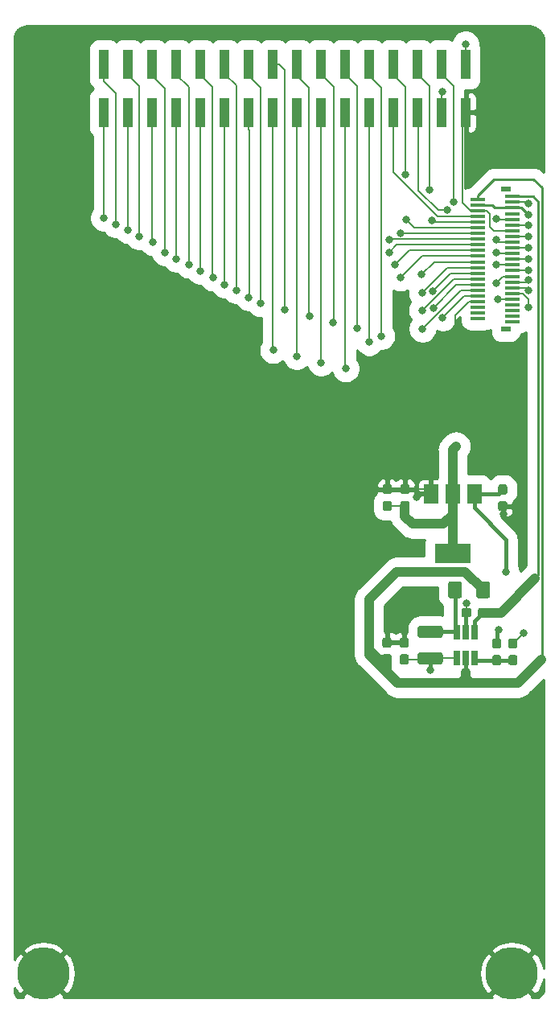
<source format=gbr>
G04 #@! TF.GenerationSoftware,KiCad,Pcbnew,(5.1.4)-1*
G04 #@! TF.CreationDate,2019-12-31T12:49:38+08:00*
G04 #@! TF.ProjectId,FH26W-45S-0.3SHW-DIP,46483236-572d-4343-9553-2d302e335348,rev?*
G04 #@! TF.SameCoordinates,Original*
G04 #@! TF.FileFunction,Copper,L2,Bot*
G04 #@! TF.FilePolarity,Positive*
%FSLAX46Y46*%
G04 Gerber Fmt 4.6, Leading zero omitted, Abs format (unit mm)*
G04 Created by KiCad (PCBNEW (5.1.4)-1) date 2019-12-31 12:49:38*
%MOMM*%
%LPD*%
G04 APERTURE LIST*
%ADD10R,1.000000X0.550000*%
%ADD11R,1.500000X0.300000*%
%ADD12R,1.650000X0.300000*%
%ADD13C,0.100000*%
%ADD14C,0.950000*%
%ADD15C,1.425000*%
%ADD16R,0.650000X1.560000*%
%ADD17R,3.800000X2.000000*%
%ADD18R,1.500000X2.000000*%
%ADD19R,1.000000X3.150000*%
%ADD20C,5.500000*%
%ADD21C,1.250000*%
%ADD22C,0.800000*%
%ADD23C,0.400000*%
%ADD24C,0.200000*%
%ADD25C,0.254000*%
%ADD26C,1.000000*%
G04 APERTURE END LIST*
D10*
X148060000Y-43740000D03*
X148060000Y-58500000D03*
D11*
X145110000Y-44800000D03*
X145110000Y-45400000D03*
X145110000Y-46000000D03*
X145110000Y-46600000D03*
X145110000Y-47200000D03*
X145110000Y-47800000D03*
X145110000Y-48400000D03*
X145110000Y-49000000D03*
X145110000Y-49600000D03*
X145110000Y-50200000D03*
X145110000Y-50800000D03*
X145110000Y-51400000D03*
X145110000Y-52000000D03*
X145110000Y-52600000D03*
X145110000Y-53200000D03*
X145110000Y-53800000D03*
X145110000Y-54400000D03*
X145110000Y-55000000D03*
X145110000Y-55600000D03*
X145110000Y-56200000D03*
X145110000Y-56800000D03*
X145110000Y-57400000D03*
D12*
X148795000Y-44520000D03*
X148795000Y-45120000D03*
X148795000Y-45720000D03*
X148795000Y-46320000D03*
X148795000Y-46920000D03*
X148795000Y-47520000D03*
X148795000Y-48120000D03*
X148795000Y-48720000D03*
X148795000Y-49320000D03*
X148795000Y-49920000D03*
X148795000Y-50520000D03*
X148795000Y-51120000D03*
X148795000Y-51720000D03*
X148795000Y-52320000D03*
X148795000Y-52920000D03*
X148795000Y-53520000D03*
X148795000Y-54120000D03*
X148795000Y-54720000D03*
X148795000Y-55320000D03*
X148795000Y-55920000D03*
X148795000Y-56520000D03*
X148795000Y-57120000D03*
X148795000Y-57720000D03*
D13*
G36*
X137630779Y-92706144D02*
G01*
X137653834Y-92709563D01*
X137676443Y-92715227D01*
X137698387Y-92723079D01*
X137719457Y-92733044D01*
X137739448Y-92745026D01*
X137758168Y-92758910D01*
X137775438Y-92774562D01*
X137791090Y-92791832D01*
X137804974Y-92810552D01*
X137816956Y-92830543D01*
X137826921Y-92851613D01*
X137834773Y-92873557D01*
X137840437Y-92896166D01*
X137843856Y-92919221D01*
X137845000Y-92942500D01*
X137845000Y-93517500D01*
X137843856Y-93540779D01*
X137840437Y-93563834D01*
X137834773Y-93586443D01*
X137826921Y-93608387D01*
X137816956Y-93629457D01*
X137804974Y-93649448D01*
X137791090Y-93668168D01*
X137775438Y-93685438D01*
X137758168Y-93701090D01*
X137739448Y-93714974D01*
X137719457Y-93726956D01*
X137698387Y-93736921D01*
X137676443Y-93744773D01*
X137653834Y-93750437D01*
X137630779Y-93753856D01*
X137607500Y-93755000D01*
X137132500Y-93755000D01*
X137109221Y-93753856D01*
X137086166Y-93750437D01*
X137063557Y-93744773D01*
X137041613Y-93736921D01*
X137020543Y-93726956D01*
X137000552Y-93714974D01*
X136981832Y-93701090D01*
X136964562Y-93685438D01*
X136948910Y-93668168D01*
X136935026Y-93649448D01*
X136923044Y-93629457D01*
X136913079Y-93608387D01*
X136905227Y-93586443D01*
X136899563Y-93563834D01*
X136896144Y-93540779D01*
X136895000Y-93517500D01*
X136895000Y-92942500D01*
X136896144Y-92919221D01*
X136899563Y-92896166D01*
X136905227Y-92873557D01*
X136913079Y-92851613D01*
X136923044Y-92830543D01*
X136935026Y-92810552D01*
X136948910Y-92791832D01*
X136964562Y-92774562D01*
X136981832Y-92758910D01*
X137000552Y-92745026D01*
X137020543Y-92733044D01*
X137041613Y-92723079D01*
X137063557Y-92715227D01*
X137086166Y-92709563D01*
X137109221Y-92706144D01*
X137132500Y-92705000D01*
X137607500Y-92705000D01*
X137630779Y-92706144D01*
X137630779Y-92706144D01*
G37*
D14*
X137370000Y-93230000D03*
D13*
G36*
X137630779Y-90956144D02*
G01*
X137653834Y-90959563D01*
X137676443Y-90965227D01*
X137698387Y-90973079D01*
X137719457Y-90983044D01*
X137739448Y-90995026D01*
X137758168Y-91008910D01*
X137775438Y-91024562D01*
X137791090Y-91041832D01*
X137804974Y-91060552D01*
X137816956Y-91080543D01*
X137826921Y-91101613D01*
X137834773Y-91123557D01*
X137840437Y-91146166D01*
X137843856Y-91169221D01*
X137845000Y-91192500D01*
X137845000Y-91767500D01*
X137843856Y-91790779D01*
X137840437Y-91813834D01*
X137834773Y-91836443D01*
X137826921Y-91858387D01*
X137816956Y-91879457D01*
X137804974Y-91899448D01*
X137791090Y-91918168D01*
X137775438Y-91935438D01*
X137758168Y-91951090D01*
X137739448Y-91964974D01*
X137719457Y-91976956D01*
X137698387Y-91986921D01*
X137676443Y-91994773D01*
X137653834Y-92000437D01*
X137630779Y-92003856D01*
X137607500Y-92005000D01*
X137132500Y-92005000D01*
X137109221Y-92003856D01*
X137086166Y-92000437D01*
X137063557Y-91994773D01*
X137041613Y-91986921D01*
X137020543Y-91976956D01*
X137000552Y-91964974D01*
X136981832Y-91951090D01*
X136964562Y-91935438D01*
X136948910Y-91918168D01*
X136935026Y-91899448D01*
X136923044Y-91879457D01*
X136913079Y-91858387D01*
X136905227Y-91836443D01*
X136899563Y-91813834D01*
X136896144Y-91790779D01*
X136895000Y-91767500D01*
X136895000Y-91192500D01*
X136896144Y-91169221D01*
X136899563Y-91146166D01*
X136905227Y-91123557D01*
X136913079Y-91101613D01*
X136923044Y-91080543D01*
X136935026Y-91060552D01*
X136948910Y-91041832D01*
X136964562Y-91024562D01*
X136981832Y-91008910D01*
X137000552Y-90995026D01*
X137020543Y-90983044D01*
X137041613Y-90973079D01*
X137063557Y-90965227D01*
X137086166Y-90959563D01*
X137109221Y-90956144D01*
X137132500Y-90955000D01*
X137607500Y-90955000D01*
X137630779Y-90956144D01*
X137630779Y-90956144D01*
G37*
D14*
X137370000Y-91480000D03*
D13*
G36*
X148000779Y-74831144D02*
G01*
X148023834Y-74834563D01*
X148046443Y-74840227D01*
X148068387Y-74848079D01*
X148089457Y-74858044D01*
X148109448Y-74870026D01*
X148128168Y-74883910D01*
X148145438Y-74899562D01*
X148161090Y-74916832D01*
X148174974Y-74935552D01*
X148186956Y-74955543D01*
X148196921Y-74976613D01*
X148204773Y-74998557D01*
X148210437Y-75021166D01*
X148213856Y-75044221D01*
X148215000Y-75067500D01*
X148215000Y-75642500D01*
X148213856Y-75665779D01*
X148210437Y-75688834D01*
X148204773Y-75711443D01*
X148196921Y-75733387D01*
X148186956Y-75754457D01*
X148174974Y-75774448D01*
X148161090Y-75793168D01*
X148145438Y-75810438D01*
X148128168Y-75826090D01*
X148109448Y-75839974D01*
X148089457Y-75851956D01*
X148068387Y-75861921D01*
X148046443Y-75869773D01*
X148023834Y-75875437D01*
X148000779Y-75878856D01*
X147977500Y-75880000D01*
X147502500Y-75880000D01*
X147479221Y-75878856D01*
X147456166Y-75875437D01*
X147433557Y-75869773D01*
X147411613Y-75861921D01*
X147390543Y-75851956D01*
X147370552Y-75839974D01*
X147351832Y-75826090D01*
X147334562Y-75810438D01*
X147318910Y-75793168D01*
X147305026Y-75774448D01*
X147293044Y-75754457D01*
X147283079Y-75733387D01*
X147275227Y-75711443D01*
X147269563Y-75688834D01*
X147266144Y-75665779D01*
X147265000Y-75642500D01*
X147265000Y-75067500D01*
X147266144Y-75044221D01*
X147269563Y-75021166D01*
X147275227Y-74998557D01*
X147283079Y-74976613D01*
X147293044Y-74955543D01*
X147305026Y-74935552D01*
X147318910Y-74916832D01*
X147334562Y-74899562D01*
X147351832Y-74883910D01*
X147370552Y-74870026D01*
X147390543Y-74858044D01*
X147411613Y-74848079D01*
X147433557Y-74840227D01*
X147456166Y-74834563D01*
X147479221Y-74831144D01*
X147502500Y-74830000D01*
X147977500Y-74830000D01*
X148000779Y-74831144D01*
X148000779Y-74831144D01*
G37*
D14*
X147740000Y-75355000D03*
D13*
G36*
X148000779Y-76581144D02*
G01*
X148023834Y-76584563D01*
X148046443Y-76590227D01*
X148068387Y-76598079D01*
X148089457Y-76608044D01*
X148109448Y-76620026D01*
X148128168Y-76633910D01*
X148145438Y-76649562D01*
X148161090Y-76666832D01*
X148174974Y-76685552D01*
X148186956Y-76705543D01*
X148196921Y-76726613D01*
X148204773Y-76748557D01*
X148210437Y-76771166D01*
X148213856Y-76794221D01*
X148215000Y-76817500D01*
X148215000Y-77392500D01*
X148213856Y-77415779D01*
X148210437Y-77438834D01*
X148204773Y-77461443D01*
X148196921Y-77483387D01*
X148186956Y-77504457D01*
X148174974Y-77524448D01*
X148161090Y-77543168D01*
X148145438Y-77560438D01*
X148128168Y-77576090D01*
X148109448Y-77589974D01*
X148089457Y-77601956D01*
X148068387Y-77611921D01*
X148046443Y-77619773D01*
X148023834Y-77625437D01*
X148000779Y-77628856D01*
X147977500Y-77630000D01*
X147502500Y-77630000D01*
X147479221Y-77628856D01*
X147456166Y-77625437D01*
X147433557Y-77619773D01*
X147411613Y-77611921D01*
X147390543Y-77601956D01*
X147370552Y-77589974D01*
X147351832Y-77576090D01*
X147334562Y-77560438D01*
X147318910Y-77543168D01*
X147305026Y-77524448D01*
X147293044Y-77504457D01*
X147283079Y-77483387D01*
X147275227Y-77461443D01*
X147269563Y-77438834D01*
X147266144Y-77415779D01*
X147265000Y-77392500D01*
X147265000Y-76817500D01*
X147266144Y-76794221D01*
X147269563Y-76771166D01*
X147275227Y-76748557D01*
X147283079Y-76726613D01*
X147293044Y-76705543D01*
X147305026Y-76685552D01*
X147318910Y-76666832D01*
X147334562Y-76649562D01*
X147351832Y-76633910D01*
X147370552Y-76620026D01*
X147390543Y-76608044D01*
X147411613Y-76598079D01*
X147433557Y-76590227D01*
X147456166Y-76584563D01*
X147479221Y-76581144D01*
X147502500Y-76580000D01*
X147977500Y-76580000D01*
X148000779Y-76581144D01*
X148000779Y-76581144D01*
G37*
D14*
X147740000Y-77105000D03*
D13*
G36*
X135810779Y-92696144D02*
G01*
X135833834Y-92699563D01*
X135856443Y-92705227D01*
X135878387Y-92713079D01*
X135899457Y-92723044D01*
X135919448Y-92735026D01*
X135938168Y-92748910D01*
X135955438Y-92764562D01*
X135971090Y-92781832D01*
X135984974Y-92800552D01*
X135996956Y-92820543D01*
X136006921Y-92841613D01*
X136014773Y-92863557D01*
X136020437Y-92886166D01*
X136023856Y-92909221D01*
X136025000Y-92932500D01*
X136025000Y-93507500D01*
X136023856Y-93530779D01*
X136020437Y-93553834D01*
X136014773Y-93576443D01*
X136006921Y-93598387D01*
X135996956Y-93619457D01*
X135984974Y-93639448D01*
X135971090Y-93658168D01*
X135955438Y-93675438D01*
X135938168Y-93691090D01*
X135919448Y-93704974D01*
X135899457Y-93716956D01*
X135878387Y-93726921D01*
X135856443Y-93734773D01*
X135833834Y-93740437D01*
X135810779Y-93743856D01*
X135787500Y-93745000D01*
X135312500Y-93745000D01*
X135289221Y-93743856D01*
X135266166Y-93740437D01*
X135243557Y-93734773D01*
X135221613Y-93726921D01*
X135200543Y-93716956D01*
X135180552Y-93704974D01*
X135161832Y-93691090D01*
X135144562Y-93675438D01*
X135128910Y-93658168D01*
X135115026Y-93639448D01*
X135103044Y-93619457D01*
X135093079Y-93598387D01*
X135085227Y-93576443D01*
X135079563Y-93553834D01*
X135076144Y-93530779D01*
X135075000Y-93507500D01*
X135075000Y-92932500D01*
X135076144Y-92909221D01*
X135079563Y-92886166D01*
X135085227Y-92863557D01*
X135093079Y-92841613D01*
X135103044Y-92820543D01*
X135115026Y-92800552D01*
X135128910Y-92781832D01*
X135144562Y-92764562D01*
X135161832Y-92748910D01*
X135180552Y-92735026D01*
X135200543Y-92723044D01*
X135221613Y-92713079D01*
X135243557Y-92705227D01*
X135266166Y-92699563D01*
X135289221Y-92696144D01*
X135312500Y-92695000D01*
X135787500Y-92695000D01*
X135810779Y-92696144D01*
X135810779Y-92696144D01*
G37*
D14*
X135550000Y-93220000D03*
D13*
G36*
X135810779Y-90946144D02*
G01*
X135833834Y-90949563D01*
X135856443Y-90955227D01*
X135878387Y-90963079D01*
X135899457Y-90973044D01*
X135919448Y-90985026D01*
X135938168Y-90998910D01*
X135955438Y-91014562D01*
X135971090Y-91031832D01*
X135984974Y-91050552D01*
X135996956Y-91070543D01*
X136006921Y-91091613D01*
X136014773Y-91113557D01*
X136020437Y-91136166D01*
X136023856Y-91159221D01*
X136025000Y-91182500D01*
X136025000Y-91757500D01*
X136023856Y-91780779D01*
X136020437Y-91803834D01*
X136014773Y-91826443D01*
X136006921Y-91848387D01*
X135996956Y-91869457D01*
X135984974Y-91889448D01*
X135971090Y-91908168D01*
X135955438Y-91925438D01*
X135938168Y-91941090D01*
X135919448Y-91954974D01*
X135899457Y-91966956D01*
X135878387Y-91976921D01*
X135856443Y-91984773D01*
X135833834Y-91990437D01*
X135810779Y-91993856D01*
X135787500Y-91995000D01*
X135312500Y-91995000D01*
X135289221Y-91993856D01*
X135266166Y-91990437D01*
X135243557Y-91984773D01*
X135221613Y-91976921D01*
X135200543Y-91966956D01*
X135180552Y-91954974D01*
X135161832Y-91941090D01*
X135144562Y-91925438D01*
X135128910Y-91908168D01*
X135115026Y-91889448D01*
X135103044Y-91869457D01*
X135093079Y-91848387D01*
X135085227Y-91826443D01*
X135079563Y-91803834D01*
X135076144Y-91780779D01*
X135075000Y-91757500D01*
X135075000Y-91182500D01*
X135076144Y-91159221D01*
X135079563Y-91136166D01*
X135085227Y-91113557D01*
X135093079Y-91091613D01*
X135103044Y-91070543D01*
X135115026Y-91050552D01*
X135128910Y-91031832D01*
X135144562Y-91014562D01*
X135161832Y-90998910D01*
X135180552Y-90985026D01*
X135200543Y-90973044D01*
X135221613Y-90963079D01*
X135243557Y-90955227D01*
X135266166Y-90949563D01*
X135289221Y-90946144D01*
X135312500Y-90945000D01*
X135787500Y-90945000D01*
X135810779Y-90946144D01*
X135810779Y-90946144D01*
G37*
D14*
X135550000Y-91470000D03*
D13*
G36*
X137700779Y-76546144D02*
G01*
X137723834Y-76549563D01*
X137746443Y-76555227D01*
X137768387Y-76563079D01*
X137789457Y-76573044D01*
X137809448Y-76585026D01*
X137828168Y-76598910D01*
X137845438Y-76614562D01*
X137861090Y-76631832D01*
X137874974Y-76650552D01*
X137886956Y-76670543D01*
X137896921Y-76691613D01*
X137904773Y-76713557D01*
X137910437Y-76736166D01*
X137913856Y-76759221D01*
X137915000Y-76782500D01*
X137915000Y-77357500D01*
X137913856Y-77380779D01*
X137910437Y-77403834D01*
X137904773Y-77426443D01*
X137896921Y-77448387D01*
X137886956Y-77469457D01*
X137874974Y-77489448D01*
X137861090Y-77508168D01*
X137845438Y-77525438D01*
X137828168Y-77541090D01*
X137809448Y-77554974D01*
X137789457Y-77566956D01*
X137768387Y-77576921D01*
X137746443Y-77584773D01*
X137723834Y-77590437D01*
X137700779Y-77593856D01*
X137677500Y-77595000D01*
X137202500Y-77595000D01*
X137179221Y-77593856D01*
X137156166Y-77590437D01*
X137133557Y-77584773D01*
X137111613Y-77576921D01*
X137090543Y-77566956D01*
X137070552Y-77554974D01*
X137051832Y-77541090D01*
X137034562Y-77525438D01*
X137018910Y-77508168D01*
X137005026Y-77489448D01*
X136993044Y-77469457D01*
X136983079Y-77448387D01*
X136975227Y-77426443D01*
X136969563Y-77403834D01*
X136966144Y-77380779D01*
X136965000Y-77357500D01*
X136965000Y-76782500D01*
X136966144Y-76759221D01*
X136969563Y-76736166D01*
X136975227Y-76713557D01*
X136983079Y-76691613D01*
X136993044Y-76670543D01*
X137005026Y-76650552D01*
X137018910Y-76631832D01*
X137034562Y-76614562D01*
X137051832Y-76598910D01*
X137070552Y-76585026D01*
X137090543Y-76573044D01*
X137111613Y-76563079D01*
X137133557Y-76555227D01*
X137156166Y-76549563D01*
X137179221Y-76546144D01*
X137202500Y-76545000D01*
X137677500Y-76545000D01*
X137700779Y-76546144D01*
X137700779Y-76546144D01*
G37*
D14*
X137440000Y-77070000D03*
D13*
G36*
X137700779Y-74796144D02*
G01*
X137723834Y-74799563D01*
X137746443Y-74805227D01*
X137768387Y-74813079D01*
X137789457Y-74823044D01*
X137809448Y-74835026D01*
X137828168Y-74848910D01*
X137845438Y-74864562D01*
X137861090Y-74881832D01*
X137874974Y-74900552D01*
X137886956Y-74920543D01*
X137896921Y-74941613D01*
X137904773Y-74963557D01*
X137910437Y-74986166D01*
X137913856Y-75009221D01*
X137915000Y-75032500D01*
X137915000Y-75607500D01*
X137913856Y-75630779D01*
X137910437Y-75653834D01*
X137904773Y-75676443D01*
X137896921Y-75698387D01*
X137886956Y-75719457D01*
X137874974Y-75739448D01*
X137861090Y-75758168D01*
X137845438Y-75775438D01*
X137828168Y-75791090D01*
X137809448Y-75804974D01*
X137789457Y-75816956D01*
X137768387Y-75826921D01*
X137746443Y-75834773D01*
X137723834Y-75840437D01*
X137700779Y-75843856D01*
X137677500Y-75845000D01*
X137202500Y-75845000D01*
X137179221Y-75843856D01*
X137156166Y-75840437D01*
X137133557Y-75834773D01*
X137111613Y-75826921D01*
X137090543Y-75816956D01*
X137070552Y-75804974D01*
X137051832Y-75791090D01*
X137034562Y-75775438D01*
X137018910Y-75758168D01*
X137005026Y-75739448D01*
X136993044Y-75719457D01*
X136983079Y-75698387D01*
X136975227Y-75676443D01*
X136969563Y-75653834D01*
X136966144Y-75630779D01*
X136965000Y-75607500D01*
X136965000Y-75032500D01*
X136966144Y-75009221D01*
X136969563Y-74986166D01*
X136975227Y-74963557D01*
X136983079Y-74941613D01*
X136993044Y-74920543D01*
X137005026Y-74900552D01*
X137018910Y-74881832D01*
X137034562Y-74864562D01*
X137051832Y-74848910D01*
X137070552Y-74835026D01*
X137090543Y-74823044D01*
X137111613Y-74813079D01*
X137133557Y-74805227D01*
X137156166Y-74799563D01*
X137179221Y-74796144D01*
X137202500Y-74795000D01*
X137677500Y-74795000D01*
X137700779Y-74796144D01*
X137700779Y-74796144D01*
G37*
D14*
X137440000Y-75320000D03*
D13*
G36*
X146172004Y-85046204D02*
G01*
X146196273Y-85049804D01*
X146220071Y-85055765D01*
X146243171Y-85064030D01*
X146265349Y-85074520D01*
X146286393Y-85087133D01*
X146306098Y-85101747D01*
X146324277Y-85118223D01*
X146340753Y-85136402D01*
X146355367Y-85156107D01*
X146367980Y-85177151D01*
X146378470Y-85199329D01*
X146386735Y-85222429D01*
X146392696Y-85246227D01*
X146396296Y-85270496D01*
X146397500Y-85295000D01*
X146397500Y-86545000D01*
X146396296Y-86569504D01*
X146392696Y-86593773D01*
X146386735Y-86617571D01*
X146378470Y-86640671D01*
X146367980Y-86662849D01*
X146355367Y-86683893D01*
X146340753Y-86703598D01*
X146324277Y-86721777D01*
X146306098Y-86738253D01*
X146286393Y-86752867D01*
X146265349Y-86765480D01*
X146243171Y-86775970D01*
X146220071Y-86784235D01*
X146196273Y-86790196D01*
X146172004Y-86793796D01*
X146147500Y-86795000D01*
X145222500Y-86795000D01*
X145197996Y-86793796D01*
X145173727Y-86790196D01*
X145149929Y-86784235D01*
X145126829Y-86775970D01*
X145104651Y-86765480D01*
X145083607Y-86752867D01*
X145063902Y-86738253D01*
X145045723Y-86721777D01*
X145029247Y-86703598D01*
X145014633Y-86683893D01*
X145002020Y-86662849D01*
X144991530Y-86640671D01*
X144983265Y-86617571D01*
X144977304Y-86593773D01*
X144973704Y-86569504D01*
X144972500Y-86545000D01*
X144972500Y-85295000D01*
X144973704Y-85270496D01*
X144977304Y-85246227D01*
X144983265Y-85222429D01*
X144991530Y-85199329D01*
X145002020Y-85177151D01*
X145014633Y-85156107D01*
X145029247Y-85136402D01*
X145045723Y-85118223D01*
X145063902Y-85101747D01*
X145083607Y-85087133D01*
X145104651Y-85074520D01*
X145126829Y-85064030D01*
X145149929Y-85055765D01*
X145173727Y-85049804D01*
X145197996Y-85046204D01*
X145222500Y-85045000D01*
X146147500Y-85045000D01*
X146172004Y-85046204D01*
X146172004Y-85046204D01*
G37*
D15*
X145685000Y-85920000D03*
D13*
G36*
X143197004Y-85046204D02*
G01*
X143221273Y-85049804D01*
X143245071Y-85055765D01*
X143268171Y-85064030D01*
X143290349Y-85074520D01*
X143311393Y-85087133D01*
X143331098Y-85101747D01*
X143349277Y-85118223D01*
X143365753Y-85136402D01*
X143380367Y-85156107D01*
X143392980Y-85177151D01*
X143403470Y-85199329D01*
X143411735Y-85222429D01*
X143417696Y-85246227D01*
X143421296Y-85270496D01*
X143422500Y-85295000D01*
X143422500Y-86545000D01*
X143421296Y-86569504D01*
X143417696Y-86593773D01*
X143411735Y-86617571D01*
X143403470Y-86640671D01*
X143392980Y-86662849D01*
X143380367Y-86683893D01*
X143365753Y-86703598D01*
X143349277Y-86721777D01*
X143331098Y-86738253D01*
X143311393Y-86752867D01*
X143290349Y-86765480D01*
X143268171Y-86775970D01*
X143245071Y-86784235D01*
X143221273Y-86790196D01*
X143197004Y-86793796D01*
X143172500Y-86795000D01*
X142247500Y-86795000D01*
X142222996Y-86793796D01*
X142198727Y-86790196D01*
X142174929Y-86784235D01*
X142151829Y-86775970D01*
X142129651Y-86765480D01*
X142108607Y-86752867D01*
X142088902Y-86738253D01*
X142070723Y-86721777D01*
X142054247Y-86703598D01*
X142039633Y-86683893D01*
X142027020Y-86662849D01*
X142016530Y-86640671D01*
X142008265Y-86617571D01*
X142002304Y-86593773D01*
X141998704Y-86569504D01*
X141997500Y-86545000D01*
X141997500Y-85295000D01*
X141998704Y-85270496D01*
X142002304Y-85246227D01*
X142008265Y-85222429D01*
X142016530Y-85199329D01*
X142027020Y-85177151D01*
X142039633Y-85156107D01*
X142054247Y-85136402D01*
X142070723Y-85118223D01*
X142088902Y-85101747D01*
X142108607Y-85087133D01*
X142129651Y-85074520D01*
X142151829Y-85064030D01*
X142174929Y-85055765D01*
X142198727Y-85049804D01*
X142222996Y-85046204D01*
X142247500Y-85045000D01*
X143172500Y-85045000D01*
X143197004Y-85046204D01*
X143197004Y-85046204D01*
G37*
D15*
X142710000Y-85920000D03*
D13*
G36*
X149070779Y-92786144D02*
G01*
X149093834Y-92789563D01*
X149116443Y-92795227D01*
X149138387Y-92803079D01*
X149159457Y-92813044D01*
X149179448Y-92825026D01*
X149198168Y-92838910D01*
X149215438Y-92854562D01*
X149231090Y-92871832D01*
X149244974Y-92890552D01*
X149256956Y-92910543D01*
X149266921Y-92931613D01*
X149274773Y-92953557D01*
X149280437Y-92976166D01*
X149283856Y-92999221D01*
X149285000Y-93022500D01*
X149285000Y-93597500D01*
X149283856Y-93620779D01*
X149280437Y-93643834D01*
X149274773Y-93666443D01*
X149266921Y-93688387D01*
X149256956Y-93709457D01*
X149244974Y-93729448D01*
X149231090Y-93748168D01*
X149215438Y-93765438D01*
X149198168Y-93781090D01*
X149179448Y-93794974D01*
X149159457Y-93806956D01*
X149138387Y-93816921D01*
X149116443Y-93824773D01*
X149093834Y-93830437D01*
X149070779Y-93833856D01*
X149047500Y-93835000D01*
X148572500Y-93835000D01*
X148549221Y-93833856D01*
X148526166Y-93830437D01*
X148503557Y-93824773D01*
X148481613Y-93816921D01*
X148460543Y-93806956D01*
X148440552Y-93794974D01*
X148421832Y-93781090D01*
X148404562Y-93765438D01*
X148388910Y-93748168D01*
X148375026Y-93729448D01*
X148363044Y-93709457D01*
X148353079Y-93688387D01*
X148345227Y-93666443D01*
X148339563Y-93643834D01*
X148336144Y-93620779D01*
X148335000Y-93597500D01*
X148335000Y-93022500D01*
X148336144Y-92999221D01*
X148339563Y-92976166D01*
X148345227Y-92953557D01*
X148353079Y-92931613D01*
X148363044Y-92910543D01*
X148375026Y-92890552D01*
X148388910Y-92871832D01*
X148404562Y-92854562D01*
X148421832Y-92838910D01*
X148440552Y-92825026D01*
X148460543Y-92813044D01*
X148481613Y-92803079D01*
X148503557Y-92795227D01*
X148526166Y-92789563D01*
X148549221Y-92786144D01*
X148572500Y-92785000D01*
X149047500Y-92785000D01*
X149070779Y-92786144D01*
X149070779Y-92786144D01*
G37*
D14*
X148810000Y-93310000D03*
D13*
G36*
X149070779Y-91036144D02*
G01*
X149093834Y-91039563D01*
X149116443Y-91045227D01*
X149138387Y-91053079D01*
X149159457Y-91063044D01*
X149179448Y-91075026D01*
X149198168Y-91088910D01*
X149215438Y-91104562D01*
X149231090Y-91121832D01*
X149244974Y-91140552D01*
X149256956Y-91160543D01*
X149266921Y-91181613D01*
X149274773Y-91203557D01*
X149280437Y-91226166D01*
X149283856Y-91249221D01*
X149285000Y-91272500D01*
X149285000Y-91847500D01*
X149283856Y-91870779D01*
X149280437Y-91893834D01*
X149274773Y-91916443D01*
X149266921Y-91938387D01*
X149256956Y-91959457D01*
X149244974Y-91979448D01*
X149231090Y-91998168D01*
X149215438Y-92015438D01*
X149198168Y-92031090D01*
X149179448Y-92044974D01*
X149159457Y-92056956D01*
X149138387Y-92066921D01*
X149116443Y-92074773D01*
X149093834Y-92080437D01*
X149070779Y-92083856D01*
X149047500Y-92085000D01*
X148572500Y-92085000D01*
X148549221Y-92083856D01*
X148526166Y-92080437D01*
X148503557Y-92074773D01*
X148481613Y-92066921D01*
X148460543Y-92056956D01*
X148440552Y-92044974D01*
X148421832Y-92031090D01*
X148404562Y-92015438D01*
X148388910Y-91998168D01*
X148375026Y-91979448D01*
X148363044Y-91959457D01*
X148353079Y-91938387D01*
X148345227Y-91916443D01*
X148339563Y-91893834D01*
X148336144Y-91870779D01*
X148335000Y-91847500D01*
X148335000Y-91272500D01*
X148336144Y-91249221D01*
X148339563Y-91226166D01*
X148345227Y-91203557D01*
X148353079Y-91181613D01*
X148363044Y-91160543D01*
X148375026Y-91140552D01*
X148388910Y-91121832D01*
X148404562Y-91104562D01*
X148421832Y-91088910D01*
X148440552Y-91075026D01*
X148460543Y-91063044D01*
X148481613Y-91053079D01*
X148503557Y-91045227D01*
X148526166Y-91039563D01*
X148549221Y-91036144D01*
X148572500Y-91035000D01*
X149047500Y-91035000D01*
X149070779Y-91036144D01*
X149070779Y-91036144D01*
G37*
D14*
X148810000Y-91560000D03*
D13*
G36*
X147370779Y-91046144D02*
G01*
X147393834Y-91049563D01*
X147416443Y-91055227D01*
X147438387Y-91063079D01*
X147459457Y-91073044D01*
X147479448Y-91085026D01*
X147498168Y-91098910D01*
X147515438Y-91114562D01*
X147531090Y-91131832D01*
X147544974Y-91150552D01*
X147556956Y-91170543D01*
X147566921Y-91191613D01*
X147574773Y-91213557D01*
X147580437Y-91236166D01*
X147583856Y-91259221D01*
X147585000Y-91282500D01*
X147585000Y-91857500D01*
X147583856Y-91880779D01*
X147580437Y-91903834D01*
X147574773Y-91926443D01*
X147566921Y-91948387D01*
X147556956Y-91969457D01*
X147544974Y-91989448D01*
X147531090Y-92008168D01*
X147515438Y-92025438D01*
X147498168Y-92041090D01*
X147479448Y-92054974D01*
X147459457Y-92066956D01*
X147438387Y-92076921D01*
X147416443Y-92084773D01*
X147393834Y-92090437D01*
X147370779Y-92093856D01*
X147347500Y-92095000D01*
X146872500Y-92095000D01*
X146849221Y-92093856D01*
X146826166Y-92090437D01*
X146803557Y-92084773D01*
X146781613Y-92076921D01*
X146760543Y-92066956D01*
X146740552Y-92054974D01*
X146721832Y-92041090D01*
X146704562Y-92025438D01*
X146688910Y-92008168D01*
X146675026Y-91989448D01*
X146663044Y-91969457D01*
X146653079Y-91948387D01*
X146645227Y-91926443D01*
X146639563Y-91903834D01*
X146636144Y-91880779D01*
X146635000Y-91857500D01*
X146635000Y-91282500D01*
X146636144Y-91259221D01*
X146639563Y-91236166D01*
X146645227Y-91213557D01*
X146653079Y-91191613D01*
X146663044Y-91170543D01*
X146675026Y-91150552D01*
X146688910Y-91131832D01*
X146704562Y-91114562D01*
X146721832Y-91098910D01*
X146740552Y-91085026D01*
X146760543Y-91073044D01*
X146781613Y-91063079D01*
X146803557Y-91055227D01*
X146826166Y-91049563D01*
X146849221Y-91046144D01*
X146872500Y-91045000D01*
X147347500Y-91045000D01*
X147370779Y-91046144D01*
X147370779Y-91046144D01*
G37*
D14*
X147110000Y-91570000D03*
D13*
G36*
X147370779Y-92796144D02*
G01*
X147393834Y-92799563D01*
X147416443Y-92805227D01*
X147438387Y-92813079D01*
X147459457Y-92823044D01*
X147479448Y-92835026D01*
X147498168Y-92848910D01*
X147515438Y-92864562D01*
X147531090Y-92881832D01*
X147544974Y-92900552D01*
X147556956Y-92920543D01*
X147566921Y-92941613D01*
X147574773Y-92963557D01*
X147580437Y-92986166D01*
X147583856Y-93009221D01*
X147585000Y-93032500D01*
X147585000Y-93607500D01*
X147583856Y-93630779D01*
X147580437Y-93653834D01*
X147574773Y-93676443D01*
X147566921Y-93698387D01*
X147556956Y-93719457D01*
X147544974Y-93739448D01*
X147531090Y-93758168D01*
X147515438Y-93775438D01*
X147498168Y-93791090D01*
X147479448Y-93804974D01*
X147459457Y-93816956D01*
X147438387Y-93826921D01*
X147416443Y-93834773D01*
X147393834Y-93840437D01*
X147370779Y-93843856D01*
X147347500Y-93845000D01*
X146872500Y-93845000D01*
X146849221Y-93843856D01*
X146826166Y-93840437D01*
X146803557Y-93834773D01*
X146781613Y-93826921D01*
X146760543Y-93816956D01*
X146740552Y-93804974D01*
X146721832Y-93791090D01*
X146704562Y-93775438D01*
X146688910Y-93758168D01*
X146675026Y-93739448D01*
X146663044Y-93719457D01*
X146653079Y-93698387D01*
X146645227Y-93676443D01*
X146639563Y-93653834D01*
X146636144Y-93630779D01*
X146635000Y-93607500D01*
X146635000Y-93032500D01*
X146636144Y-93009221D01*
X146639563Y-92986166D01*
X146645227Y-92963557D01*
X146653079Y-92941613D01*
X146663044Y-92920543D01*
X146675026Y-92900552D01*
X146688910Y-92881832D01*
X146704562Y-92864562D01*
X146721832Y-92848910D01*
X146740552Y-92835026D01*
X146760543Y-92823044D01*
X146781613Y-92813079D01*
X146803557Y-92805227D01*
X146826166Y-92799563D01*
X146849221Y-92796144D01*
X146872500Y-92795000D01*
X147347500Y-92795000D01*
X147370779Y-92796144D01*
X147370779Y-92796144D01*
G37*
D14*
X147110000Y-93320000D03*
D13*
G36*
X144220779Y-87846144D02*
G01*
X144243834Y-87849563D01*
X144266443Y-87855227D01*
X144288387Y-87863079D01*
X144309457Y-87873044D01*
X144329448Y-87885026D01*
X144348168Y-87898910D01*
X144365438Y-87914562D01*
X144381090Y-87931832D01*
X144394974Y-87950552D01*
X144406956Y-87970543D01*
X144416921Y-87991613D01*
X144424773Y-88013557D01*
X144430437Y-88036166D01*
X144433856Y-88059221D01*
X144435000Y-88082500D01*
X144435000Y-88557500D01*
X144433856Y-88580779D01*
X144430437Y-88603834D01*
X144424773Y-88626443D01*
X144416921Y-88648387D01*
X144406956Y-88669457D01*
X144394974Y-88689448D01*
X144381090Y-88708168D01*
X144365438Y-88725438D01*
X144348168Y-88741090D01*
X144329448Y-88754974D01*
X144309457Y-88766956D01*
X144288387Y-88776921D01*
X144266443Y-88784773D01*
X144243834Y-88790437D01*
X144220779Y-88793856D01*
X144197500Y-88795000D01*
X143622500Y-88795000D01*
X143599221Y-88793856D01*
X143576166Y-88790437D01*
X143553557Y-88784773D01*
X143531613Y-88776921D01*
X143510543Y-88766956D01*
X143490552Y-88754974D01*
X143471832Y-88741090D01*
X143454562Y-88725438D01*
X143438910Y-88708168D01*
X143425026Y-88689448D01*
X143413044Y-88669457D01*
X143403079Y-88648387D01*
X143395227Y-88626443D01*
X143389563Y-88603834D01*
X143386144Y-88580779D01*
X143385000Y-88557500D01*
X143385000Y-88082500D01*
X143386144Y-88059221D01*
X143389563Y-88036166D01*
X143395227Y-88013557D01*
X143403079Y-87991613D01*
X143413044Y-87970543D01*
X143425026Y-87950552D01*
X143438910Y-87931832D01*
X143454562Y-87914562D01*
X143471832Y-87898910D01*
X143490552Y-87885026D01*
X143510543Y-87873044D01*
X143531613Y-87863079D01*
X143553557Y-87855227D01*
X143576166Y-87849563D01*
X143599221Y-87846144D01*
X143622500Y-87845000D01*
X144197500Y-87845000D01*
X144220779Y-87846144D01*
X144220779Y-87846144D01*
G37*
D14*
X143910000Y-88320000D03*
D13*
G36*
X145970779Y-87846144D02*
G01*
X145993834Y-87849563D01*
X146016443Y-87855227D01*
X146038387Y-87863079D01*
X146059457Y-87873044D01*
X146079448Y-87885026D01*
X146098168Y-87898910D01*
X146115438Y-87914562D01*
X146131090Y-87931832D01*
X146144974Y-87950552D01*
X146156956Y-87970543D01*
X146166921Y-87991613D01*
X146174773Y-88013557D01*
X146180437Y-88036166D01*
X146183856Y-88059221D01*
X146185000Y-88082500D01*
X146185000Y-88557500D01*
X146183856Y-88580779D01*
X146180437Y-88603834D01*
X146174773Y-88626443D01*
X146166921Y-88648387D01*
X146156956Y-88669457D01*
X146144974Y-88689448D01*
X146131090Y-88708168D01*
X146115438Y-88725438D01*
X146098168Y-88741090D01*
X146079448Y-88754974D01*
X146059457Y-88766956D01*
X146038387Y-88776921D01*
X146016443Y-88784773D01*
X145993834Y-88790437D01*
X145970779Y-88793856D01*
X145947500Y-88795000D01*
X145372500Y-88795000D01*
X145349221Y-88793856D01*
X145326166Y-88790437D01*
X145303557Y-88784773D01*
X145281613Y-88776921D01*
X145260543Y-88766956D01*
X145240552Y-88754974D01*
X145221832Y-88741090D01*
X145204562Y-88725438D01*
X145188910Y-88708168D01*
X145175026Y-88689448D01*
X145163044Y-88669457D01*
X145153079Y-88648387D01*
X145145227Y-88626443D01*
X145139563Y-88603834D01*
X145136144Y-88580779D01*
X145135000Y-88557500D01*
X145135000Y-88082500D01*
X145136144Y-88059221D01*
X145139563Y-88036166D01*
X145145227Y-88013557D01*
X145153079Y-87991613D01*
X145163044Y-87970543D01*
X145175026Y-87950552D01*
X145188910Y-87931832D01*
X145204562Y-87914562D01*
X145221832Y-87898910D01*
X145240552Y-87885026D01*
X145260543Y-87873044D01*
X145281613Y-87863079D01*
X145303557Y-87855227D01*
X145326166Y-87849563D01*
X145349221Y-87846144D01*
X145372500Y-87845000D01*
X145947500Y-87845000D01*
X145970779Y-87846144D01*
X145970779Y-87846144D01*
G37*
D14*
X145660000Y-88320000D03*
D16*
X142910000Y-90420000D03*
X143860000Y-90420000D03*
X144810000Y-90420000D03*
X144810000Y-93120000D03*
X142910000Y-93120000D03*
X143860000Y-93120000D03*
D17*
X142470000Y-82110000D03*
D18*
X142470000Y-75810000D03*
X144770000Y-75810000D03*
X140170000Y-75810000D03*
D19*
X143860000Y-35675000D03*
X143860000Y-30625000D03*
X141320000Y-35675000D03*
X141320000Y-30625000D03*
X138780000Y-35675000D03*
X138780000Y-30625000D03*
X136240000Y-35675000D03*
X136240000Y-30625000D03*
X133700000Y-35675000D03*
X133700000Y-30625000D03*
X131160000Y-35675000D03*
X131160000Y-30625000D03*
X128620000Y-35675000D03*
X128620000Y-30625000D03*
X126080000Y-35675000D03*
X126080000Y-30625000D03*
X123540000Y-35675000D03*
X123540000Y-30625000D03*
X121000000Y-35675000D03*
X121000000Y-30625000D03*
X118460000Y-35675000D03*
X118460000Y-30625000D03*
X115920000Y-35675000D03*
X115920000Y-30625000D03*
X113380000Y-35675000D03*
X113380000Y-30625000D03*
X110840000Y-35675000D03*
X110840000Y-30625000D03*
X108300000Y-35675000D03*
X108300000Y-30625000D03*
X105760000Y-35675000D03*
X105760000Y-30625000D03*
D20*
X148700000Y-126300000D03*
X99400000Y-126300000D03*
D13*
G36*
X135850779Y-76546144D02*
G01*
X135873834Y-76549563D01*
X135896443Y-76555227D01*
X135918387Y-76563079D01*
X135939457Y-76573044D01*
X135959448Y-76585026D01*
X135978168Y-76598910D01*
X135995438Y-76614562D01*
X136011090Y-76631832D01*
X136024974Y-76650552D01*
X136036956Y-76670543D01*
X136046921Y-76691613D01*
X136054773Y-76713557D01*
X136060437Y-76736166D01*
X136063856Y-76759221D01*
X136065000Y-76782500D01*
X136065000Y-77357500D01*
X136063856Y-77380779D01*
X136060437Y-77403834D01*
X136054773Y-77426443D01*
X136046921Y-77448387D01*
X136036956Y-77469457D01*
X136024974Y-77489448D01*
X136011090Y-77508168D01*
X135995438Y-77525438D01*
X135978168Y-77541090D01*
X135959448Y-77554974D01*
X135939457Y-77566956D01*
X135918387Y-77576921D01*
X135896443Y-77584773D01*
X135873834Y-77590437D01*
X135850779Y-77593856D01*
X135827500Y-77595000D01*
X135352500Y-77595000D01*
X135329221Y-77593856D01*
X135306166Y-77590437D01*
X135283557Y-77584773D01*
X135261613Y-77576921D01*
X135240543Y-77566956D01*
X135220552Y-77554974D01*
X135201832Y-77541090D01*
X135184562Y-77525438D01*
X135168910Y-77508168D01*
X135155026Y-77489448D01*
X135143044Y-77469457D01*
X135133079Y-77448387D01*
X135125227Y-77426443D01*
X135119563Y-77403834D01*
X135116144Y-77380779D01*
X135115000Y-77357500D01*
X135115000Y-76782500D01*
X135116144Y-76759221D01*
X135119563Y-76736166D01*
X135125227Y-76713557D01*
X135133079Y-76691613D01*
X135143044Y-76670543D01*
X135155026Y-76650552D01*
X135168910Y-76631832D01*
X135184562Y-76614562D01*
X135201832Y-76598910D01*
X135220552Y-76585026D01*
X135240543Y-76573044D01*
X135261613Y-76563079D01*
X135283557Y-76555227D01*
X135306166Y-76549563D01*
X135329221Y-76546144D01*
X135352500Y-76545000D01*
X135827500Y-76545000D01*
X135850779Y-76546144D01*
X135850779Y-76546144D01*
G37*
D14*
X135590000Y-77070000D03*
D13*
G36*
X135850779Y-74796144D02*
G01*
X135873834Y-74799563D01*
X135896443Y-74805227D01*
X135918387Y-74813079D01*
X135939457Y-74823044D01*
X135959448Y-74835026D01*
X135978168Y-74848910D01*
X135995438Y-74864562D01*
X136011090Y-74881832D01*
X136024974Y-74900552D01*
X136036956Y-74920543D01*
X136046921Y-74941613D01*
X136054773Y-74963557D01*
X136060437Y-74986166D01*
X136063856Y-75009221D01*
X136065000Y-75032500D01*
X136065000Y-75607500D01*
X136063856Y-75630779D01*
X136060437Y-75653834D01*
X136054773Y-75676443D01*
X136046921Y-75698387D01*
X136036956Y-75719457D01*
X136024974Y-75739448D01*
X136011090Y-75758168D01*
X135995438Y-75775438D01*
X135978168Y-75791090D01*
X135959448Y-75804974D01*
X135939457Y-75816956D01*
X135918387Y-75826921D01*
X135896443Y-75834773D01*
X135873834Y-75840437D01*
X135850779Y-75843856D01*
X135827500Y-75845000D01*
X135352500Y-75845000D01*
X135329221Y-75843856D01*
X135306166Y-75840437D01*
X135283557Y-75834773D01*
X135261613Y-75826921D01*
X135240543Y-75816956D01*
X135220552Y-75804974D01*
X135201832Y-75791090D01*
X135184562Y-75775438D01*
X135168910Y-75758168D01*
X135155026Y-75739448D01*
X135143044Y-75719457D01*
X135133079Y-75698387D01*
X135125227Y-75676443D01*
X135119563Y-75653834D01*
X135116144Y-75630779D01*
X135115000Y-75607500D01*
X135115000Y-75032500D01*
X135116144Y-75009221D01*
X135119563Y-74986166D01*
X135125227Y-74963557D01*
X135133079Y-74941613D01*
X135143044Y-74920543D01*
X135155026Y-74900552D01*
X135168910Y-74881832D01*
X135184562Y-74864562D01*
X135201832Y-74848910D01*
X135220552Y-74835026D01*
X135240543Y-74823044D01*
X135261613Y-74813079D01*
X135283557Y-74805227D01*
X135306166Y-74799563D01*
X135329221Y-74796144D01*
X135352500Y-74795000D01*
X135827500Y-74795000D01*
X135850779Y-74796144D01*
X135850779Y-74796144D01*
G37*
D14*
X135590000Y-75320000D03*
D13*
G36*
X141209504Y-92496204D02*
G01*
X141233773Y-92499804D01*
X141257571Y-92505765D01*
X141280671Y-92514030D01*
X141302849Y-92524520D01*
X141323893Y-92537133D01*
X141343598Y-92551747D01*
X141361777Y-92568223D01*
X141378253Y-92586402D01*
X141392867Y-92606107D01*
X141405480Y-92627151D01*
X141415970Y-92649329D01*
X141424235Y-92672429D01*
X141430196Y-92696227D01*
X141433796Y-92720496D01*
X141435000Y-92745000D01*
X141435000Y-93495000D01*
X141433796Y-93519504D01*
X141430196Y-93543773D01*
X141424235Y-93567571D01*
X141415970Y-93590671D01*
X141405480Y-93612849D01*
X141392867Y-93633893D01*
X141378253Y-93653598D01*
X141361777Y-93671777D01*
X141343598Y-93688253D01*
X141323893Y-93702867D01*
X141302849Y-93715480D01*
X141280671Y-93725970D01*
X141257571Y-93734235D01*
X141233773Y-93740196D01*
X141209504Y-93743796D01*
X141185000Y-93745000D01*
X139035000Y-93745000D01*
X139010496Y-93743796D01*
X138986227Y-93740196D01*
X138962429Y-93734235D01*
X138939329Y-93725970D01*
X138917151Y-93715480D01*
X138896107Y-93702867D01*
X138876402Y-93688253D01*
X138858223Y-93671777D01*
X138841747Y-93653598D01*
X138827133Y-93633893D01*
X138814520Y-93612849D01*
X138804030Y-93590671D01*
X138795765Y-93567571D01*
X138789804Y-93543773D01*
X138786204Y-93519504D01*
X138785000Y-93495000D01*
X138785000Y-92745000D01*
X138786204Y-92720496D01*
X138789804Y-92696227D01*
X138795765Y-92672429D01*
X138804030Y-92649329D01*
X138814520Y-92627151D01*
X138827133Y-92606107D01*
X138841747Y-92586402D01*
X138858223Y-92568223D01*
X138876402Y-92551747D01*
X138896107Y-92537133D01*
X138917151Y-92524520D01*
X138939329Y-92514030D01*
X138962429Y-92505765D01*
X138986227Y-92499804D01*
X139010496Y-92496204D01*
X139035000Y-92495000D01*
X141185000Y-92495000D01*
X141209504Y-92496204D01*
X141209504Y-92496204D01*
G37*
D21*
X140110000Y-93120000D03*
D13*
G36*
X141209504Y-89696204D02*
G01*
X141233773Y-89699804D01*
X141257571Y-89705765D01*
X141280671Y-89714030D01*
X141302849Y-89724520D01*
X141323893Y-89737133D01*
X141343598Y-89751747D01*
X141361777Y-89768223D01*
X141378253Y-89786402D01*
X141392867Y-89806107D01*
X141405480Y-89827151D01*
X141415970Y-89849329D01*
X141424235Y-89872429D01*
X141430196Y-89896227D01*
X141433796Y-89920496D01*
X141435000Y-89945000D01*
X141435000Y-90695000D01*
X141433796Y-90719504D01*
X141430196Y-90743773D01*
X141424235Y-90767571D01*
X141415970Y-90790671D01*
X141405480Y-90812849D01*
X141392867Y-90833893D01*
X141378253Y-90853598D01*
X141361777Y-90871777D01*
X141343598Y-90888253D01*
X141323893Y-90902867D01*
X141302849Y-90915480D01*
X141280671Y-90925970D01*
X141257571Y-90934235D01*
X141233773Y-90940196D01*
X141209504Y-90943796D01*
X141185000Y-90945000D01*
X139035000Y-90945000D01*
X139010496Y-90943796D01*
X138986227Y-90940196D01*
X138962429Y-90934235D01*
X138939329Y-90925970D01*
X138917151Y-90915480D01*
X138896107Y-90902867D01*
X138876402Y-90888253D01*
X138858223Y-90871777D01*
X138841747Y-90853598D01*
X138827133Y-90833893D01*
X138814520Y-90812849D01*
X138804030Y-90790671D01*
X138795765Y-90767571D01*
X138789804Y-90743773D01*
X138786204Y-90719504D01*
X138785000Y-90695000D01*
X138785000Y-89945000D01*
X138786204Y-89920496D01*
X138789804Y-89896227D01*
X138795765Y-89872429D01*
X138804030Y-89849329D01*
X138814520Y-89827151D01*
X138827133Y-89806107D01*
X138841747Y-89786402D01*
X138858223Y-89768223D01*
X138876402Y-89751747D01*
X138896107Y-89737133D01*
X138917151Y-89724520D01*
X138939329Y-89714030D01*
X138962429Y-89705765D01*
X138986227Y-89699804D01*
X139010496Y-89696204D01*
X139035000Y-89695000D01*
X141185000Y-89695000D01*
X141209504Y-89696204D01*
X141209504Y-89696204D01*
G37*
D21*
X140110000Y-90320000D03*
D22*
X143840000Y-28500000D03*
X140130000Y-94370000D03*
X147320000Y-90170000D03*
X148082000Y-84074000D03*
X150430000Y-45290000D03*
X145070000Y-35680000D03*
X143910000Y-87340000D03*
X147828000Y-77978000D03*
X138684000Y-76200000D03*
X137414000Y-90424000D03*
X142760000Y-63920000D03*
X145920000Y-27190000D03*
X142470000Y-82110000D03*
X150450000Y-46470000D03*
X142810000Y-70800000D03*
X137520000Y-42240000D03*
X137570000Y-46980000D03*
X147040000Y-46880000D03*
X141860000Y-45950000D03*
X150420000Y-47550000D03*
X142550000Y-45100000D03*
X150460000Y-48720000D03*
X105760000Y-46780000D03*
X147070000Y-49080000D03*
X108310000Y-48080000D03*
X150450000Y-49920000D03*
X110910000Y-49350000D03*
X147070000Y-50419999D03*
X113390000Y-51070000D03*
X150450000Y-51110000D03*
X115920000Y-52380000D03*
X147090000Y-51720000D03*
X118450000Y-53780000D03*
X150430000Y-52310000D03*
X121020000Y-55140000D03*
X147050000Y-53620000D03*
X123570000Y-60690000D03*
X150450000Y-53330000D03*
X126050001Y-61329999D03*
X150470000Y-54370000D03*
X128610000Y-61980000D03*
X131220000Y-62630000D03*
X150470000Y-56200000D03*
X147210000Y-55320000D03*
X133690000Y-59860000D03*
X140030000Y-43850000D03*
X140270000Y-47040000D03*
X137010000Y-48350000D03*
X107000000Y-47430000D03*
X135790000Y-49080000D03*
X109450000Y-48730000D03*
X135785381Y-50405380D03*
X112200000Y-50400000D03*
X136400134Y-51720134D03*
X114690000Y-51720000D03*
X136979759Y-53059759D03*
X117220000Y-53060000D03*
X139175380Y-52745380D03*
X119710000Y-54410000D03*
X139240000Y-54670000D03*
X122250000Y-55790000D03*
X140385760Y-54445760D03*
X124770000Y-56460000D03*
X139245380Y-56505380D03*
X127400000Y-57120000D03*
X140440000Y-56230000D03*
X129910000Y-57770000D03*
X139300000Y-58430000D03*
X132430000Y-58420000D03*
X141430000Y-57260000D03*
X134990000Y-59210000D03*
X141350000Y-33520000D03*
X149920000Y-90440000D03*
D23*
X144930000Y-75970000D02*
X144770000Y-75810000D01*
D24*
X143860000Y-30625000D02*
X143860000Y-28520000D01*
X143860000Y-28520000D02*
X143840000Y-28500000D01*
X140000000Y-93230000D02*
X140110000Y-93120000D01*
X137370000Y-93230000D02*
X140000000Y-93230000D01*
X140110000Y-93120000D02*
X142910000Y-93120000D01*
D23*
X140110000Y-93120000D02*
X140110000Y-94350000D01*
X140110000Y-94350000D02*
X140130000Y-94370000D01*
X147110000Y-91570000D02*
X147110000Y-90380000D01*
X147110000Y-90380000D02*
X147320000Y-90170000D01*
X147285000Y-75810000D02*
X147740000Y-75355000D01*
X144770000Y-75810000D02*
X147285000Y-75810000D01*
X144770000Y-75810000D02*
X144770000Y-77300000D01*
X148082000Y-80612000D02*
X148082000Y-84074000D01*
X144770000Y-77300000D02*
X148082000Y-80612000D01*
D24*
X148795000Y-45120000D02*
X150260000Y-45120000D01*
X150260000Y-45120000D02*
X150430000Y-45290000D01*
D23*
X143860000Y-35675000D02*
X145065000Y-35675000D01*
X145065000Y-35675000D02*
X145070000Y-35680000D01*
D24*
X137360000Y-91470000D02*
X137370000Y-91480000D01*
X135550000Y-91470000D02*
X137360000Y-91470000D01*
X143910000Y-88320000D02*
X143910000Y-87340000D01*
X139680000Y-75320000D02*
X140170000Y-75810000D01*
X135590000Y-75320000D02*
X139680000Y-75320000D01*
D23*
X147740000Y-77105000D02*
X147740000Y-77890000D01*
X147740000Y-77890000D02*
X147828000Y-77978000D01*
X140170000Y-75810000D02*
X139074000Y-75810000D01*
X139074000Y-75810000D02*
X138684000Y-76200000D01*
X137370000Y-91480000D02*
X137370000Y-90468000D01*
X137370000Y-90468000D02*
X137414000Y-90424000D01*
X143860000Y-88370000D02*
X143910000Y-88320000D01*
X143860000Y-90420000D02*
X143860000Y-88370000D01*
D24*
X143530000Y-36005000D02*
X143860000Y-35675000D01*
X143530000Y-45170002D02*
X143530000Y-36005000D01*
X145110000Y-46000000D02*
X144359998Y-46000000D01*
X144359998Y-46000000D02*
X143530000Y-45170002D01*
X146060000Y-46000000D02*
X145110000Y-46000000D01*
X146389999Y-46329999D02*
X146060000Y-46000000D01*
X146389999Y-47699999D02*
X146389999Y-46329999D01*
X146810000Y-48120000D02*
X146389999Y-47699999D01*
X148795000Y-48120000D02*
X146810000Y-48120000D01*
X142760000Y-57000000D02*
X142760000Y-63920000D01*
X145110000Y-55600000D02*
X144160000Y-55600000D01*
X144160000Y-55600000D02*
X142760000Y-57000000D01*
X143860000Y-93120000D02*
X143860000Y-94650000D01*
X143860000Y-94650000D02*
X142760000Y-95750000D01*
X142760000Y-95750000D02*
X136730000Y-95750000D01*
X136730000Y-95750000D02*
X135540000Y-94560000D01*
D25*
X146826000Y-42680000D02*
X146880000Y-42680000D01*
X145110000Y-44396000D02*
X146826000Y-42680000D01*
X145110000Y-44800000D02*
X145110000Y-44396000D01*
D24*
X146880000Y-42680000D02*
X150210000Y-42680000D01*
D25*
X150980000Y-42680000D02*
X146826000Y-42680000D01*
X143860000Y-94660000D02*
X144590000Y-95390000D01*
X144590000Y-95390000D02*
X149710000Y-95390000D01*
X151900000Y-93200000D02*
X151900000Y-43600000D01*
X151900000Y-43600000D02*
X150980000Y-42680000D01*
X135550000Y-94550000D02*
X135540000Y-94560000D01*
X135550000Y-93220000D02*
X135550000Y-94550000D01*
X135550000Y-94550000D02*
X135550000Y-94570000D01*
X142770000Y-95750000D02*
X143860000Y-94660000D01*
X136730000Y-95750000D02*
X142770000Y-95750000D01*
D26*
X134670000Y-93220000D02*
X135550000Y-93220000D01*
X136580000Y-84000000D02*
X133660000Y-86920000D01*
X145685000Y-85920000D02*
X143765000Y-84000000D01*
X143765000Y-84000000D02*
X136580000Y-84000000D01*
X135550000Y-94570000D02*
X136730000Y-95750000D01*
X135550000Y-93220000D02*
X135550000Y-94570000D01*
X149350000Y-95750000D02*
X151800000Y-93300000D01*
D25*
X149710000Y-95390000D02*
X151800000Y-93300000D01*
X151800000Y-93300000D02*
X151900000Y-93200000D01*
D23*
X143860000Y-93120000D02*
X143860000Y-94660000D01*
D26*
X143860000Y-95460000D02*
X144150000Y-95750000D01*
X143860000Y-94650000D02*
X143860000Y-95460000D01*
X136730000Y-95750000D02*
X144150000Y-95750000D01*
X144150000Y-95750000D02*
X149350000Y-95750000D01*
X134670000Y-93690000D02*
X136730000Y-95750000D01*
X134670000Y-93220000D02*
X134670000Y-93690000D01*
X133660000Y-92210000D02*
X134670000Y-93220000D01*
X136730000Y-95750000D02*
X136644000Y-95750000D01*
X133660000Y-92766000D02*
X133660000Y-91496000D01*
X136644000Y-95750000D02*
X133660000Y-92766000D01*
X133660000Y-86920000D02*
X133660000Y-91496000D01*
X133660000Y-91496000D02*
X133660000Y-92210000D01*
D24*
X135590000Y-77070000D02*
X137440000Y-77070000D01*
D25*
X145110000Y-45400000D02*
X146600000Y-45400000D01*
X146920000Y-45720000D02*
X148795000Y-45720000D01*
X146600000Y-45400000D02*
X146920000Y-45720000D01*
X148795000Y-45720000D02*
X149700000Y-45720000D01*
X149700000Y-45720000D02*
X150450000Y-46470000D01*
D26*
X142470000Y-71140000D02*
X142810000Y-70800000D01*
X142470000Y-75810000D02*
X142470000Y-71140000D01*
X137440000Y-77070000D02*
X137440000Y-78206000D01*
X137440000Y-78206000D02*
X138228000Y-78994000D01*
X138228000Y-78994000D02*
X141478000Y-78994000D01*
X142470000Y-78002000D02*
X142470000Y-75810000D01*
X141478000Y-78994000D02*
X142470000Y-78002000D01*
X142470000Y-75810000D02*
X142470000Y-82110000D01*
D24*
X136240000Y-31700000D02*
X137520000Y-32980000D01*
X136240000Y-30625000D02*
X136240000Y-31700000D01*
X137520000Y-32980000D02*
X137520000Y-41640000D01*
X137520000Y-41640000D02*
X137520000Y-42240000D01*
X137969999Y-47379999D02*
X137979999Y-47379999D01*
X137570000Y-46980000D02*
X137969999Y-47379999D01*
X138400000Y-47800000D02*
X139210000Y-47800000D01*
X137979999Y-47379999D02*
X138400000Y-47800000D01*
X145110000Y-47800000D02*
X139210000Y-47800000D01*
D23*
X142810000Y-90320000D02*
X142910000Y-90420000D01*
X140110000Y-90320000D02*
X142810000Y-90320000D01*
X142710000Y-90220000D02*
X142910000Y-90420000D01*
X142710000Y-85920000D02*
X142710000Y-90220000D01*
D24*
X147540000Y-88320000D02*
X145660000Y-88320000D01*
X151449990Y-84410010D02*
X147540000Y-88320000D01*
D23*
X144810000Y-89170000D02*
X145660000Y-88320000D01*
X144810000Y-90420000D02*
X144810000Y-89170000D01*
D26*
X147532990Y-88320000D02*
X151122990Y-84730000D01*
X145660000Y-88320000D02*
X147532990Y-88320000D01*
D23*
X151122990Y-84577010D02*
X151122990Y-84730000D01*
D25*
X150920000Y-44520000D02*
X148795000Y-44520000D01*
X151449990Y-45049990D02*
X150920000Y-44520000D01*
X151449990Y-84350010D02*
X151449990Y-45049990D01*
X151222990Y-84577010D02*
X151449990Y-84350010D01*
X151122990Y-84577010D02*
X151222990Y-84577010D01*
D24*
X148795000Y-46920000D02*
X147770000Y-46920000D01*
X147770000Y-46920000D02*
X147080000Y-46920000D01*
X147080000Y-46920000D02*
X147040000Y-46880000D01*
X138849620Y-35744620D02*
X138780000Y-35675000D01*
X138849620Y-43650380D02*
X138849620Y-35744620D01*
X138849620Y-43650380D02*
X138849620Y-43869620D01*
X138849620Y-43869620D02*
X140930000Y-45950000D01*
X140930000Y-45950000D02*
X141860000Y-45950000D01*
X141320000Y-30625000D02*
X141320000Y-31660000D01*
X141320000Y-31660000D02*
X142540000Y-32880000D01*
X148795000Y-47520000D02*
X150390000Y-47520000D01*
X150390000Y-47520000D02*
X150420000Y-47550000D01*
X142550000Y-37340000D02*
X142540000Y-37330000D01*
X142550000Y-45100000D02*
X142550000Y-37340000D01*
X142540000Y-32880000D02*
X142540000Y-37330000D01*
X142540000Y-37330000D02*
X142540000Y-38120000D01*
X148795000Y-48720000D02*
X150460000Y-48720000D01*
X105760000Y-46780000D02*
X105760000Y-47030000D01*
X105760000Y-35675000D02*
X105760000Y-46780000D01*
X108300000Y-35675000D02*
X108300000Y-46070000D01*
X148795000Y-49320000D02*
X147310000Y-49320000D01*
X147310000Y-49320000D02*
X147070000Y-49080000D01*
X108300000Y-46070000D02*
X108300000Y-48070000D01*
X108300000Y-48070000D02*
X108310000Y-48080000D01*
X148795000Y-49920000D02*
X150450000Y-49920000D01*
X110840000Y-49280000D02*
X110910000Y-49350000D01*
X110840000Y-35675000D02*
X110840000Y-49280000D01*
X113380000Y-37450000D02*
X113390000Y-37460000D01*
X113380000Y-35675000D02*
X113380000Y-37450000D01*
X113390000Y-37460000D02*
X113390000Y-44820000D01*
X148795000Y-50520000D02*
X147170001Y-50520000D01*
X147170001Y-50520000D02*
X147070000Y-50419999D01*
X113390000Y-44820000D02*
X113390000Y-51070000D01*
X115920000Y-37450000D02*
X115930000Y-37460000D01*
X115920000Y-35675000D02*
X115920000Y-37450000D01*
X148795000Y-51120000D02*
X150440000Y-51120000D01*
X150440000Y-51120000D02*
X150450000Y-51110000D01*
X115930000Y-52370000D02*
X115920000Y-52380000D01*
X115930000Y-44340000D02*
X115930000Y-52370000D01*
X115930000Y-44340000D02*
X115930000Y-44440000D01*
X115930000Y-37460000D02*
X115930000Y-44340000D01*
X148795000Y-51720000D02*
X147090000Y-51720000D01*
X118460000Y-53770000D02*
X118450000Y-53780000D01*
X118460000Y-43800000D02*
X118460000Y-53770000D01*
X118460000Y-43800000D02*
X118460000Y-43960000D01*
X118460000Y-35675000D02*
X118460000Y-43800000D01*
X121000000Y-37450000D02*
X121030000Y-37480000D01*
X121000000Y-35675000D02*
X121000000Y-37450000D01*
X148795000Y-52320000D02*
X150420000Y-52320000D01*
X150420000Y-52320000D02*
X150430000Y-52310000D01*
X121030000Y-55130000D02*
X121020000Y-55140000D01*
X121030000Y-43720000D02*
X121030000Y-55130000D01*
X121030000Y-43720000D02*
X121030000Y-43860000D01*
X121030000Y-37480000D02*
X121030000Y-43720000D01*
X123540000Y-35675000D02*
X123540000Y-37290000D01*
X123540000Y-37290000D02*
X123560000Y-37310000D01*
X123560000Y-37310000D02*
X123560000Y-43290000D01*
X148795000Y-52920000D02*
X147750000Y-52920000D01*
X147750000Y-52920000D02*
X147050000Y-53620000D01*
X123560000Y-43290000D02*
X123560000Y-60680000D01*
X123560000Y-60680000D02*
X123570000Y-60690000D01*
X148795000Y-53520000D02*
X150260000Y-53520000D01*
X150260000Y-53520000D02*
X150450000Y-53330000D01*
X126080000Y-61300000D02*
X126050001Y-61329999D01*
X126080000Y-35675000D02*
X126080000Y-61300000D01*
X128620000Y-35675000D02*
X128620000Y-37450000D01*
X128620000Y-37450000D02*
X128620000Y-42610000D01*
X148795000Y-54120000D02*
X150220000Y-54120000D01*
X150220000Y-54120000D02*
X150470000Y-54370000D01*
X128620000Y-61950000D02*
X128630000Y-61960000D01*
X128610000Y-61400000D02*
X128610000Y-61980000D01*
X128620000Y-61390000D02*
X128610000Y-61400000D01*
X128620000Y-61390000D02*
X128620000Y-61950000D01*
X128620000Y-42610000D02*
X128620000Y-61390000D01*
X131160000Y-62570000D02*
X131220000Y-62630000D01*
X131160000Y-35675000D02*
X131160000Y-62570000D01*
X150470000Y-55370000D02*
X150470000Y-56200000D01*
X148795000Y-54720000D02*
X149820000Y-54720000D01*
X149820000Y-54720000D02*
X150470000Y-55370000D01*
X133700000Y-35675000D02*
X133700000Y-37450000D01*
X148795000Y-55320000D02*
X147210000Y-55320000D01*
X133700000Y-42170000D02*
X133700000Y-53380000D01*
X133700000Y-42170000D02*
X133700000Y-42340000D01*
X133700000Y-37450000D02*
X133700000Y-42170000D01*
X133700000Y-55310000D02*
X133680000Y-55330000D01*
X133700000Y-59284315D02*
X133700000Y-55080000D01*
X133690000Y-59294315D02*
X133700000Y-59284315D01*
X133690000Y-59860000D02*
X133690000Y-59294315D01*
X133700000Y-53380000D02*
X133700000Y-55080000D01*
X133700000Y-55080000D02*
X133700000Y-55310000D01*
X136240000Y-37450000D02*
X136230000Y-37460000D01*
X136240000Y-35675000D02*
X136240000Y-37450000D01*
X140880000Y-46600000D02*
X136230000Y-41950000D01*
X145110000Y-46600000D02*
X140880000Y-46600000D01*
X136230000Y-37460000D02*
X136230000Y-41950000D01*
X138780000Y-30625000D02*
X138780000Y-31650000D01*
X138780000Y-31650000D02*
X140050000Y-32920000D01*
X140050000Y-32920000D02*
X140050000Y-35780000D01*
X140050000Y-35780000D02*
X140050000Y-38840000D01*
X145110000Y-47200000D02*
X140430000Y-47200000D01*
X140430000Y-47200000D02*
X140270000Y-47040000D01*
X140070000Y-43810000D02*
X140030000Y-43850000D01*
X140050000Y-43830000D02*
X140030000Y-43850000D01*
X140050000Y-35780000D02*
X140050000Y-43830000D01*
X105760000Y-32400000D02*
X107000000Y-33640000D01*
X105760000Y-30625000D02*
X105760000Y-32400000D01*
X107000000Y-33640000D02*
X107000000Y-46320000D01*
X145110000Y-48400000D02*
X137060000Y-48400000D01*
X137060000Y-48400000D02*
X137010000Y-48350000D01*
X107000000Y-46320000D02*
X107000000Y-47430000D01*
X108300000Y-31700000D02*
X109470000Y-32870000D01*
X108300000Y-30625000D02*
X108300000Y-31700000D01*
X145110000Y-49000000D02*
X144160000Y-49000000D01*
X144160000Y-49000000D02*
X137600000Y-49000000D01*
X137600000Y-49000000D02*
X135870000Y-49000000D01*
X135870000Y-49000000D02*
X135790000Y-49080000D01*
X109450000Y-45250000D02*
X109470000Y-45230000D01*
X109450000Y-48730000D02*
X109450000Y-45250000D01*
X109470000Y-32870000D02*
X109470000Y-45230000D01*
X109470000Y-45230000D02*
X109470000Y-45710000D01*
X110840000Y-30625000D02*
X110840000Y-31790000D01*
X110840000Y-31790000D02*
X112200000Y-33150000D01*
X112200000Y-33150000D02*
X112200000Y-45050000D01*
X145110000Y-49600000D02*
X144160000Y-49600000D01*
X144160000Y-49600000D02*
X136590761Y-49600000D01*
X136590761Y-49600000D02*
X135785381Y-50405380D01*
X112200000Y-45050000D02*
X112200000Y-50400000D01*
X113380000Y-31700000D02*
X114680000Y-33000000D01*
X113380000Y-30625000D02*
X113380000Y-31700000D01*
X114680000Y-33000000D02*
X114680000Y-44520000D01*
X145110000Y-50200000D02*
X137920268Y-50200000D01*
X137920268Y-50200000D02*
X136400134Y-51720134D01*
X114680000Y-44520000D02*
X114680000Y-51710000D01*
X114680000Y-51710000D02*
X114690000Y-51720000D01*
X115920000Y-31700000D02*
X117200000Y-32980000D01*
X115920000Y-30625000D02*
X115920000Y-31700000D01*
X117200000Y-32980000D02*
X117200000Y-44210000D01*
X145110000Y-50800000D02*
X139239518Y-50800000D01*
X139239518Y-50800000D02*
X136979759Y-53059759D01*
X117200000Y-44210000D02*
X117200000Y-53040000D01*
X117200000Y-53040000D02*
X117220000Y-53060000D01*
X118460000Y-30625000D02*
X118460000Y-31600000D01*
X118460000Y-31600000D02*
X119710000Y-32850000D01*
X119710000Y-32850000D02*
X119710000Y-43710000D01*
X145110000Y-51400000D02*
X140520760Y-51400000D01*
X140520760Y-51400000D02*
X139175380Y-52745380D01*
X119710000Y-43710000D02*
X119710000Y-54410000D01*
X121000000Y-30625000D02*
X121000000Y-31830000D01*
X121000000Y-31830000D02*
X122270000Y-33100000D01*
X122270000Y-33100000D02*
X122270000Y-43650000D01*
X145110000Y-52000000D02*
X141910000Y-52000000D01*
X141910000Y-52000000D02*
X139240000Y-54670000D01*
X122270000Y-43650000D02*
X122270000Y-55770000D01*
X122270000Y-55770000D02*
X122250000Y-55790000D01*
X124240000Y-30625000D02*
X124790000Y-31175000D01*
X123540000Y-30625000D02*
X124240000Y-30625000D01*
X124790000Y-31175000D02*
X124790000Y-43030000D01*
X145110000Y-52600000D02*
X142231520Y-52600000D01*
X142231520Y-52600000D02*
X140385760Y-54445760D01*
X124790000Y-43030000D02*
X124790000Y-56440000D01*
X124790000Y-56440000D02*
X124770000Y-56460000D01*
X145110000Y-53200000D02*
X142550760Y-53200000D01*
X142550760Y-53200000D02*
X139245380Y-56505380D01*
X127340000Y-57060000D02*
X127400000Y-57120000D01*
X126080000Y-30625000D02*
X126080000Y-31820000D01*
X126080000Y-31820000D02*
X127340000Y-33080000D01*
X127340000Y-33080000D02*
X127340000Y-57060000D01*
X128620000Y-30625000D02*
X128620000Y-31660000D01*
X128620000Y-31660000D02*
X129920000Y-32960000D01*
X129920000Y-32960000D02*
X129920000Y-42580000D01*
X145110000Y-53800000D02*
X142870000Y-53800000D01*
X142870000Y-53800000D02*
X140440000Y-56230000D01*
X129920000Y-42580000D02*
X129920000Y-57760000D01*
X129920000Y-57760000D02*
X129910000Y-57770000D01*
X131160000Y-30625000D02*
X131160000Y-31660000D01*
X131160000Y-31660000D02*
X132430000Y-32930000D01*
X132430000Y-32930000D02*
X132430000Y-42470000D01*
X132430000Y-42470000D02*
X132430000Y-54410000D01*
X145110000Y-54400000D02*
X143330000Y-54400000D01*
X143330000Y-54400000D02*
X139300000Y-58430000D01*
X132430000Y-54410000D02*
X132430000Y-58420000D01*
X133700000Y-30625000D02*
X133700000Y-31800000D01*
X133700000Y-31800000D02*
X134980000Y-33080000D01*
X134980000Y-50510000D02*
X134980000Y-40630000D01*
X134980000Y-33080000D02*
X134980000Y-40630000D01*
X134980000Y-40630000D02*
X134980000Y-42200000D01*
X145110000Y-55000000D02*
X144160000Y-55000000D01*
X144160000Y-55000000D02*
X143690000Y-55000000D01*
X143690000Y-55000000D02*
X141430000Y-57260000D01*
X134980000Y-50510000D02*
X134980000Y-52240000D01*
X134980000Y-52240000D02*
X134980000Y-52420000D01*
X134980000Y-52420000D02*
X134980000Y-58500000D01*
X134980000Y-58500000D02*
X134980000Y-58720000D01*
X134990000Y-58510000D02*
X134990000Y-59210000D01*
X134980000Y-58500000D02*
X134990000Y-58510000D01*
X141320000Y-35675000D02*
X141320000Y-33550000D01*
X141320000Y-33550000D02*
X141350000Y-33520000D01*
X148810000Y-91560000D02*
X148810000Y-91550000D01*
X148810000Y-91550000D02*
X149920000Y-90440000D01*
D23*
X145000000Y-93310000D02*
X144810000Y-93120000D01*
X148810000Y-93310000D02*
X145000000Y-93310000D01*
D25*
G36*
X150528435Y-26554153D02*
G01*
X150859840Y-26600085D01*
X151144319Y-26698542D01*
X151404261Y-26850383D01*
X151629759Y-27049820D01*
X151812223Y-27289257D01*
X151944704Y-27559573D01*
X152024626Y-27859744D01*
X152048005Y-28146887D01*
X152049214Y-41975792D01*
X151910277Y-41836855D01*
X151871002Y-41788998D01*
X151680056Y-41632293D01*
X151462207Y-41515850D01*
X151225827Y-41444145D01*
X151041599Y-41426000D01*
X150980000Y-41419933D01*
X150918401Y-41426000D01*
X146887588Y-41426000D01*
X146825999Y-41419934D01*
X146764411Y-41426000D01*
X146764401Y-41426000D01*
X146580173Y-41444145D01*
X146343793Y-41515850D01*
X146125944Y-41632293D01*
X145934998Y-41788998D01*
X145895731Y-41836845D01*
X144266851Y-43465727D01*
X144218999Y-43504998D01*
X144195395Y-43533759D01*
X144139069Y-43539307D01*
X143926629Y-43603750D01*
X143777000Y-43683729D01*
X143777000Y-37400259D01*
X143782935Y-37339999D01*
X143777000Y-37279739D01*
X143777000Y-37279732D01*
X143767000Y-37178202D01*
X143767000Y-35802000D01*
X143987000Y-35802000D01*
X143987000Y-37726250D01*
X144145750Y-37885000D01*
X144360000Y-37888072D01*
X144484482Y-37875812D01*
X144604180Y-37839502D01*
X144714494Y-37780537D01*
X144811185Y-37701185D01*
X144890537Y-37604494D01*
X144949502Y-37494180D01*
X144985812Y-37374482D01*
X144998072Y-37250000D01*
X144995000Y-35960750D01*
X144836250Y-35802000D01*
X143987000Y-35802000D01*
X143767000Y-35802000D01*
X143767000Y-33623750D01*
X143987000Y-33623750D01*
X143987000Y-35548000D01*
X144836250Y-35548000D01*
X144995000Y-35389250D01*
X144998072Y-34100000D01*
X144985812Y-33975518D01*
X144949502Y-33855820D01*
X144890537Y-33745506D01*
X144811185Y-33648815D01*
X144714494Y-33569463D01*
X144604180Y-33510498D01*
X144484482Y-33474188D01*
X144360000Y-33461928D01*
X144145750Y-33465000D01*
X143987000Y-33623750D01*
X143767000Y-33623750D01*
X143767000Y-33332453D01*
X144360000Y-33332453D01*
X144580931Y-33310693D01*
X144793371Y-33246250D01*
X144989157Y-33141600D01*
X145160765Y-33000765D01*
X145301600Y-32829157D01*
X145406250Y-32633371D01*
X145470693Y-32420931D01*
X145492453Y-32200000D01*
X145492453Y-29050000D01*
X145470693Y-28829069D01*
X145406250Y-28616629D01*
X145367000Y-28543198D01*
X145367000Y-28349604D01*
X145308319Y-28054590D01*
X145193210Y-27776694D01*
X145026099Y-27526594D01*
X144813406Y-27313901D01*
X144563306Y-27146790D01*
X144285410Y-27031681D01*
X143990396Y-26973000D01*
X143689604Y-26973000D01*
X143394590Y-27031681D01*
X143116694Y-27146790D01*
X142866594Y-27313901D01*
X142653901Y-27526594D01*
X142486790Y-27776694D01*
X142371681Y-28054590D01*
X142369452Y-28065797D01*
X142253371Y-28003750D01*
X142040931Y-27939307D01*
X141820000Y-27917547D01*
X140820000Y-27917547D01*
X140599069Y-27939307D01*
X140386629Y-28003750D01*
X140190843Y-28108400D01*
X140050000Y-28223987D01*
X139909157Y-28108400D01*
X139713371Y-28003750D01*
X139500931Y-27939307D01*
X139280000Y-27917547D01*
X138280000Y-27917547D01*
X138059069Y-27939307D01*
X137846629Y-28003750D01*
X137650843Y-28108400D01*
X137510000Y-28223987D01*
X137369157Y-28108400D01*
X137173371Y-28003750D01*
X136960931Y-27939307D01*
X136740000Y-27917547D01*
X135740000Y-27917547D01*
X135519069Y-27939307D01*
X135306629Y-28003750D01*
X135110843Y-28108400D01*
X134970000Y-28223987D01*
X134829157Y-28108400D01*
X134633371Y-28003750D01*
X134420931Y-27939307D01*
X134200000Y-27917547D01*
X133200000Y-27917547D01*
X132979069Y-27939307D01*
X132766629Y-28003750D01*
X132570843Y-28108400D01*
X132430000Y-28223987D01*
X132289157Y-28108400D01*
X132093371Y-28003750D01*
X131880931Y-27939307D01*
X131660000Y-27917547D01*
X130660000Y-27917547D01*
X130439069Y-27939307D01*
X130226629Y-28003750D01*
X130030843Y-28108400D01*
X129890000Y-28223987D01*
X129749157Y-28108400D01*
X129553371Y-28003750D01*
X129340931Y-27939307D01*
X129120000Y-27917547D01*
X128120000Y-27917547D01*
X127899069Y-27939307D01*
X127686629Y-28003750D01*
X127490843Y-28108400D01*
X127350000Y-28223987D01*
X127209157Y-28108400D01*
X127013371Y-28003750D01*
X126800931Y-27939307D01*
X126580000Y-27917547D01*
X125580000Y-27917547D01*
X125359069Y-27939307D01*
X125146629Y-28003750D01*
X124950843Y-28108400D01*
X124810000Y-28223987D01*
X124669157Y-28108400D01*
X124473371Y-28003750D01*
X124260931Y-27939307D01*
X124040000Y-27917547D01*
X123040000Y-27917547D01*
X122819069Y-27939307D01*
X122606629Y-28003750D01*
X122410843Y-28108400D01*
X122270000Y-28223987D01*
X122129157Y-28108400D01*
X121933371Y-28003750D01*
X121720931Y-27939307D01*
X121500000Y-27917547D01*
X120500000Y-27917547D01*
X120279069Y-27939307D01*
X120066629Y-28003750D01*
X119870843Y-28108400D01*
X119730000Y-28223987D01*
X119589157Y-28108400D01*
X119393371Y-28003750D01*
X119180931Y-27939307D01*
X118960000Y-27917547D01*
X117960000Y-27917547D01*
X117739069Y-27939307D01*
X117526629Y-28003750D01*
X117330843Y-28108400D01*
X117190000Y-28223987D01*
X117049157Y-28108400D01*
X116853371Y-28003750D01*
X116640931Y-27939307D01*
X116420000Y-27917547D01*
X115420000Y-27917547D01*
X115199069Y-27939307D01*
X114986629Y-28003750D01*
X114790843Y-28108400D01*
X114650000Y-28223987D01*
X114509157Y-28108400D01*
X114313371Y-28003750D01*
X114100931Y-27939307D01*
X113880000Y-27917547D01*
X112880000Y-27917547D01*
X112659069Y-27939307D01*
X112446629Y-28003750D01*
X112250843Y-28108400D01*
X112110000Y-28223987D01*
X111969157Y-28108400D01*
X111773371Y-28003750D01*
X111560931Y-27939307D01*
X111340000Y-27917547D01*
X110340000Y-27917547D01*
X110119069Y-27939307D01*
X109906629Y-28003750D01*
X109710843Y-28108400D01*
X109570000Y-28223987D01*
X109429157Y-28108400D01*
X109233371Y-28003750D01*
X109020931Y-27939307D01*
X108800000Y-27917547D01*
X107800000Y-27917547D01*
X107579069Y-27939307D01*
X107366629Y-28003750D01*
X107170843Y-28108400D01*
X107030000Y-28223987D01*
X106889157Y-28108400D01*
X106693371Y-28003750D01*
X106480931Y-27939307D01*
X106260000Y-27917547D01*
X105260000Y-27917547D01*
X105039069Y-27939307D01*
X104826629Y-28003750D01*
X104630843Y-28108400D01*
X104459235Y-28249235D01*
X104318400Y-28420843D01*
X104213750Y-28616629D01*
X104149307Y-28829069D01*
X104127547Y-29050000D01*
X104127547Y-32200000D01*
X104149307Y-32420931D01*
X104213750Y-32633371D01*
X104318400Y-32829157D01*
X104459235Y-33000765D01*
X104630843Y-33141600D01*
X104646558Y-33150000D01*
X104630843Y-33158400D01*
X104459235Y-33299235D01*
X104318400Y-33470843D01*
X104213750Y-33666629D01*
X104149307Y-33879069D01*
X104127547Y-34100000D01*
X104127547Y-37250000D01*
X104149307Y-37470931D01*
X104213750Y-37683371D01*
X104318400Y-37879157D01*
X104459235Y-38050765D01*
X104533000Y-38111303D01*
X104533001Y-45867805D01*
X104406790Y-46056694D01*
X104291681Y-46334590D01*
X104233000Y-46629604D01*
X104233000Y-46930396D01*
X104291681Y-47225410D01*
X104406790Y-47503306D01*
X104573901Y-47753406D01*
X104786594Y-47966099D01*
X105036694Y-48133210D01*
X105314590Y-48248319D01*
X105609604Y-48307000D01*
X105749485Y-48307000D01*
X105813901Y-48403406D01*
X106026594Y-48616099D01*
X106276694Y-48783210D01*
X106554590Y-48898319D01*
X106849604Y-48957000D01*
X107059485Y-48957000D01*
X107123901Y-49053406D01*
X107336594Y-49266099D01*
X107586694Y-49433210D01*
X107864590Y-49548319D01*
X108159604Y-49607000D01*
X108199485Y-49607000D01*
X108263901Y-49703406D01*
X108476594Y-49916099D01*
X108726694Y-50083210D01*
X109004590Y-50198319D01*
X109299604Y-50257000D01*
X109600396Y-50257000D01*
X109670246Y-50243106D01*
X109723901Y-50323406D01*
X109936594Y-50536099D01*
X110186694Y-50703210D01*
X110464590Y-50818319D01*
X110743434Y-50873784D01*
X110846790Y-51123306D01*
X111013901Y-51373406D01*
X111226594Y-51586099D01*
X111476694Y-51753210D01*
X111754590Y-51868319D01*
X112049604Y-51927000D01*
X112126121Y-51927000D01*
X112203901Y-52043406D01*
X112416594Y-52256099D01*
X112666694Y-52423210D01*
X112944590Y-52538319D01*
X113239604Y-52597000D01*
X113439485Y-52597000D01*
X113503901Y-52693406D01*
X113716594Y-52906099D01*
X113966694Y-53073210D01*
X114244590Y-53188319D01*
X114539604Y-53247000D01*
X114662803Y-53247000D01*
X114733901Y-53353406D01*
X114946594Y-53566099D01*
X115196694Y-53733210D01*
X115474590Y-53848319D01*
X115769604Y-53907000D01*
X115949439Y-53907000D01*
X116033901Y-54033406D01*
X116246594Y-54246099D01*
X116496694Y-54413210D01*
X116774590Y-54528319D01*
X117069604Y-54587000D01*
X117152712Y-54587000D01*
X117263901Y-54753406D01*
X117476594Y-54966099D01*
X117726694Y-55133210D01*
X118004590Y-55248319D01*
X118299604Y-55307000D01*
X118472848Y-55307000D01*
X118523901Y-55383406D01*
X118736594Y-55596099D01*
X118986694Y-55763210D01*
X119264590Y-55878319D01*
X119559604Y-55937000D01*
X119716031Y-55937000D01*
X119833901Y-56113406D01*
X120046594Y-56326099D01*
X120296694Y-56493210D01*
X120574590Y-56608319D01*
X120869604Y-56667000D01*
X120999485Y-56667000D01*
X121063901Y-56763406D01*
X121276594Y-56976099D01*
X121526694Y-57143210D01*
X121804590Y-57258319D01*
X122099604Y-57317000D01*
X122333001Y-57317000D01*
X122333001Y-59792772D01*
X122216790Y-59966694D01*
X122101681Y-60244590D01*
X122043000Y-60539604D01*
X122043000Y-60840396D01*
X122101681Y-61135410D01*
X122216790Y-61413306D01*
X122383901Y-61663406D01*
X122596594Y-61876099D01*
X122846694Y-62043210D01*
X123124590Y-62158319D01*
X123419604Y-62217000D01*
X123720396Y-62217000D01*
X124015410Y-62158319D01*
X124293306Y-62043210D01*
X124543406Y-61876099D01*
X124599963Y-61819542D01*
X124696791Y-62053305D01*
X124863902Y-62303405D01*
X125076595Y-62516098D01*
X125326695Y-62683209D01*
X125604591Y-62798318D01*
X125899605Y-62856999D01*
X126200397Y-62856999D01*
X126495411Y-62798318D01*
X126773307Y-62683209D01*
X127023407Y-62516098D01*
X127137104Y-62402401D01*
X127141681Y-62425410D01*
X127256790Y-62703306D01*
X127423901Y-62953406D01*
X127636594Y-63166099D01*
X127886694Y-63333210D01*
X128164590Y-63448319D01*
X128459604Y-63507000D01*
X128760396Y-63507000D01*
X129055410Y-63448319D01*
X129333306Y-63333210D01*
X129583406Y-63166099D01*
X129738809Y-63010696D01*
X129751681Y-63075410D01*
X129866790Y-63353306D01*
X130033901Y-63603406D01*
X130246594Y-63816099D01*
X130496694Y-63983210D01*
X130774590Y-64098319D01*
X131069604Y-64157000D01*
X131370396Y-64157000D01*
X131665410Y-64098319D01*
X131943306Y-63983210D01*
X132193406Y-63816099D01*
X132406099Y-63603406D01*
X132573210Y-63353306D01*
X132688319Y-63075410D01*
X132747000Y-62780396D01*
X132747000Y-62479604D01*
X132688319Y-62184590D01*
X132573210Y-61906694D01*
X132406099Y-61656594D01*
X132387000Y-61637495D01*
X132387000Y-60658451D01*
X132503901Y-60833406D01*
X132716594Y-61046099D01*
X132966694Y-61213210D01*
X133244590Y-61328319D01*
X133539604Y-61387000D01*
X133840396Y-61387000D01*
X134135410Y-61328319D01*
X134413306Y-61213210D01*
X134663406Y-61046099D01*
X134876099Y-60833406D01*
X134940515Y-60737000D01*
X135140396Y-60737000D01*
X135435410Y-60678319D01*
X135713306Y-60563210D01*
X135963406Y-60396099D01*
X136176099Y-60183406D01*
X136343210Y-59933306D01*
X136458319Y-59655410D01*
X136517000Y-59360396D01*
X136517000Y-59059604D01*
X136458319Y-58764590D01*
X136343210Y-58486694D01*
X136207000Y-58282841D01*
X136207000Y-54379926D01*
X136256453Y-54412969D01*
X136534349Y-54528078D01*
X136829363Y-54586759D01*
X137130155Y-54586759D01*
X137425169Y-54528078D01*
X137703065Y-54412969D01*
X137738985Y-54388968D01*
X137713000Y-54519604D01*
X137713000Y-54820396D01*
X137771681Y-55115410D01*
X137886790Y-55393306D01*
X138019363Y-55591716D01*
X137892170Y-55782074D01*
X137777061Y-56059970D01*
X137718380Y-56354984D01*
X137718380Y-56655776D01*
X137777061Y-56950790D01*
X137892170Y-57228686D01*
X138059281Y-57478786D01*
X138083134Y-57502639D01*
X137946790Y-57706694D01*
X137831681Y-57984590D01*
X137773000Y-58279604D01*
X137773000Y-58580396D01*
X137831681Y-58875410D01*
X137946790Y-59153306D01*
X138113901Y-59403406D01*
X138326594Y-59616099D01*
X138576694Y-59783210D01*
X138854590Y-59898319D01*
X139149604Y-59957000D01*
X139450396Y-59957000D01*
X139745410Y-59898319D01*
X140023306Y-59783210D01*
X140273406Y-59616099D01*
X140486099Y-59403406D01*
X140653210Y-59153306D01*
X140768319Y-58875410D01*
X140811812Y-58656752D01*
X140984590Y-58728319D01*
X141279604Y-58787000D01*
X141580396Y-58787000D01*
X141875410Y-58728319D01*
X142153306Y-58613210D01*
X142403406Y-58446099D01*
X142616099Y-58233406D01*
X142783210Y-57983306D01*
X142898319Y-57705410D01*
X142942638Y-57482602D01*
X143233262Y-57191978D01*
X143227547Y-57250000D01*
X143227547Y-57550000D01*
X143249307Y-57770931D01*
X143313750Y-57983371D01*
X143418400Y-58179157D01*
X143559235Y-58350765D01*
X143730843Y-58491600D01*
X143926629Y-58596250D01*
X144139069Y-58660693D01*
X144360000Y-58682453D01*
X145860000Y-58682453D01*
X146080931Y-58660693D01*
X146293371Y-58596250D01*
X146427547Y-58524531D01*
X146427547Y-58775000D01*
X146449307Y-58995931D01*
X146513750Y-59208371D01*
X146618400Y-59404157D01*
X146759235Y-59575765D01*
X146930843Y-59716600D01*
X147126629Y-59821250D01*
X147339069Y-59885693D01*
X147560000Y-59907453D01*
X148560000Y-59907453D01*
X148780931Y-59885693D01*
X148993371Y-59821250D01*
X149189157Y-59716600D01*
X149360765Y-59575765D01*
X149501600Y-59404157D01*
X149606250Y-59208371D01*
X149670215Y-58997507D01*
X149840931Y-58980693D01*
X150053371Y-58916250D01*
X150195991Y-58840018D01*
X150195990Y-83386012D01*
X150029042Y-83523022D01*
X149609000Y-83943064D01*
X149609000Y-83923604D01*
X149550319Y-83628590D01*
X149435210Y-83350694D01*
X149409000Y-83311468D01*
X149409000Y-80677173D01*
X149415419Y-80611999D01*
X149409000Y-80546825D01*
X149409000Y-80546816D01*
X149389799Y-80351863D01*
X149313919Y-80101722D01*
X149190698Y-79871192D01*
X149190697Y-79871190D01*
X149066422Y-79719761D01*
X149066421Y-79719760D01*
X149024870Y-79669130D01*
X148974241Y-79627580D01*
X147532955Y-78186295D01*
X147613000Y-78106250D01*
X147613000Y-77232000D01*
X147867000Y-77232000D01*
X147867000Y-78106250D01*
X148025750Y-78265000D01*
X148215000Y-78268072D01*
X148339482Y-78255812D01*
X148459180Y-78219502D01*
X148569494Y-78160537D01*
X148666185Y-78081185D01*
X148745537Y-77984494D01*
X148804502Y-77874180D01*
X148840812Y-77754482D01*
X148853072Y-77630000D01*
X148850000Y-77390750D01*
X148691250Y-77232000D01*
X147867000Y-77232000D01*
X147613000Y-77232000D01*
X147593000Y-77232000D01*
X147593000Y-77103280D01*
X147795278Y-77041919D01*
X147850405Y-77012453D01*
X147977500Y-77012453D01*
X148244765Y-76986130D01*
X148271566Y-76978000D01*
X148691250Y-76978000D01*
X148850000Y-76819250D01*
X148851675Y-76688780D01*
X148946203Y-76611203D01*
X149116574Y-76403605D01*
X149243172Y-76166758D01*
X149321130Y-75909765D01*
X149347453Y-75642500D01*
X149347453Y-75067500D01*
X149321130Y-74800235D01*
X149243172Y-74543242D01*
X149116574Y-74306395D01*
X148946203Y-74098797D01*
X148738605Y-73928426D01*
X148501758Y-73801828D01*
X148244765Y-73723870D01*
X147977500Y-73697547D01*
X147502500Y-73697547D01*
X147235235Y-73723870D01*
X146978242Y-73801828D01*
X146741395Y-73928426D01*
X146533797Y-74098797D01*
X146463518Y-74184432D01*
X146461600Y-74180843D01*
X146320765Y-74009235D01*
X146149157Y-73868400D01*
X145953371Y-73763750D01*
X145740931Y-73699307D01*
X145520000Y-73677547D01*
X144097000Y-73677547D01*
X144097000Y-71796439D01*
X144169346Y-71708285D01*
X144320424Y-71425638D01*
X144413458Y-71118948D01*
X144444872Y-70800000D01*
X144413458Y-70481053D01*
X144320424Y-70174361D01*
X144169346Y-69891714D01*
X143966029Y-69643971D01*
X143718286Y-69440654D01*
X143435639Y-69289576D01*
X143128947Y-69196542D01*
X142810000Y-69165128D01*
X142491052Y-69196542D01*
X142184362Y-69289576D01*
X141901715Y-69440654D01*
X141716054Y-69593022D01*
X141376051Y-69933024D01*
X141313972Y-69983971D01*
X141263026Y-70046049D01*
X141263022Y-70046053D01*
X141110654Y-70231715D01*
X140959576Y-70514362D01*
X140866543Y-70821053D01*
X140835129Y-71140000D01*
X140843001Y-71219924D01*
X140843000Y-74102127D01*
X140784983Y-74172821D01*
X140455750Y-74175000D01*
X140297000Y-74333750D01*
X140297000Y-75683000D01*
X140317000Y-75683000D01*
X140317000Y-75937000D01*
X140297000Y-75937000D01*
X140297000Y-75957000D01*
X140043000Y-75957000D01*
X140043000Y-75937000D01*
X138943750Y-75937000D01*
X138831476Y-76049274D01*
X138816574Y-76021395D01*
X138646203Y-75813797D01*
X138551675Y-75736220D01*
X138550000Y-75605750D01*
X138391250Y-75447000D01*
X137971566Y-75447000D01*
X137944765Y-75438870D01*
X137677500Y-75412547D01*
X137202500Y-75412547D01*
X136935235Y-75438870D01*
X136908434Y-75447000D01*
X136121566Y-75447000D01*
X136094765Y-75438870D01*
X135827500Y-75412547D01*
X135352500Y-75412547D01*
X135085235Y-75438870D01*
X135058434Y-75447000D01*
X134638750Y-75447000D01*
X134480000Y-75605750D01*
X134478325Y-75736220D01*
X134383797Y-75813797D01*
X134213426Y-76021395D01*
X134086828Y-76258242D01*
X134008870Y-76515235D01*
X133982547Y-76782500D01*
X133982547Y-77357500D01*
X134008870Y-77624765D01*
X134086828Y-77881758D01*
X134213426Y-78118605D01*
X134383797Y-78326203D01*
X134591395Y-78496574D01*
X134828242Y-78623172D01*
X135085235Y-78701130D01*
X135352500Y-78727453D01*
X135827500Y-78727453D01*
X135895927Y-78720714D01*
X135929575Y-78831638D01*
X135971614Y-78910286D01*
X136080654Y-79114285D01*
X136233022Y-79299947D01*
X136233026Y-79299951D01*
X136283972Y-79362029D01*
X136346050Y-79412975D01*
X137021020Y-80087945D01*
X137071971Y-80150029D01*
X137319714Y-80353346D01*
X137602362Y-80504425D01*
X137909052Y-80597458D01*
X138148075Y-80621000D01*
X138148085Y-80621000D01*
X138227999Y-80628871D01*
X138307914Y-80621000D01*
X139553484Y-80621000D01*
X139523750Y-80676629D01*
X139459307Y-80889069D01*
X139437547Y-81110000D01*
X139437547Y-82373000D01*
X136659925Y-82373000D01*
X136580000Y-82365128D01*
X136500075Y-82373000D01*
X136261052Y-82396542D01*
X135954362Y-82489575D01*
X135671714Y-82640654D01*
X135423971Y-82843971D01*
X135373020Y-82906055D01*
X132566055Y-85713020D01*
X132503971Y-85763971D01*
X132300654Y-86011715D01*
X132149575Y-86294363D01*
X132056542Y-86601053D01*
X132033000Y-86840076D01*
X132033000Y-86840086D01*
X132025129Y-86920000D01*
X132033000Y-86999915D01*
X132033001Y-91416065D01*
X132033000Y-91416075D01*
X132033000Y-92130086D01*
X132025129Y-92210000D01*
X132033000Y-92289914D01*
X132033000Y-92686086D01*
X132025129Y-92766000D01*
X132033000Y-92845914D01*
X132033000Y-92845924D01*
X132056542Y-93084947D01*
X132149575Y-93391637D01*
X132300654Y-93674285D01*
X132503971Y-93922029D01*
X132566054Y-93972979D01*
X135437025Y-96843951D01*
X135487971Y-96906029D01*
X135550049Y-96956975D01*
X135550052Y-96956978D01*
X135581681Y-96982935D01*
X135735714Y-97109346D01*
X136018362Y-97260425D01*
X136325052Y-97353458D01*
X136564075Y-97377000D01*
X136564085Y-97377000D01*
X136643999Y-97384871D01*
X136686999Y-97380636D01*
X136701403Y-97382054D01*
X136729999Y-97384871D01*
X136730000Y-97384871D01*
X136809917Y-97377000D01*
X144070083Y-97377000D01*
X144150000Y-97384871D01*
X144229917Y-97377000D01*
X149270086Y-97377000D01*
X149350000Y-97384871D01*
X149429914Y-97377000D01*
X149429925Y-97377000D01*
X149668948Y-97353458D01*
X149975638Y-97260425D01*
X150258286Y-97109346D01*
X150506029Y-96906029D01*
X150556979Y-96843946D01*
X152046858Y-95354068D01*
X152045906Y-125732057D01*
X152037292Y-125642842D01*
X151844962Y-125004395D01*
X151531772Y-124415738D01*
X151524503Y-124404859D01*
X151080928Y-124098677D01*
X148879605Y-126300000D01*
X151080928Y-128501323D01*
X151524503Y-128195141D01*
X151839954Y-127607694D01*
X152034740Y-126969992D01*
X152045870Y-126859168D01*
X152045837Y-127912730D01*
X152015260Y-128124855D01*
X151954157Y-128298341D01*
X151860515Y-128456667D01*
X151737910Y-128593780D01*
X151591003Y-128704473D01*
X151425395Y-128784522D01*
X151236590Y-128833693D01*
X151054747Y-128848000D01*
X150786000Y-128848000D01*
X150901323Y-128680928D01*
X148700000Y-126479605D01*
X146498677Y-128680928D01*
X146614000Y-128848000D01*
X101486000Y-128848000D01*
X101601323Y-128680928D01*
X99400000Y-126479605D01*
X97198677Y-128680928D01*
X97314000Y-128848000D01*
X96956341Y-128848000D01*
X96794635Y-128832145D01*
X96693279Y-128801544D01*
X96599798Y-128751839D01*
X96517752Y-128684924D01*
X96450267Y-128603349D01*
X96399912Y-128510218D01*
X96368604Y-128409079D01*
X96352001Y-128251110D01*
X96352008Y-127777864D01*
X96568228Y-128184262D01*
X96575497Y-128195141D01*
X97019072Y-128501323D01*
X99220395Y-126300000D01*
X99579605Y-126300000D01*
X101780928Y-128501323D01*
X102224503Y-128195141D01*
X102539954Y-127607694D01*
X102734740Y-126969992D01*
X102801372Y-126306543D01*
X102800109Y-126293457D01*
X145298628Y-126293457D01*
X145362708Y-126957158D01*
X145555038Y-127595605D01*
X145868228Y-128184262D01*
X145875497Y-128195141D01*
X146319072Y-128501323D01*
X148520395Y-126300000D01*
X146319072Y-124098677D01*
X145875497Y-124404859D01*
X145560046Y-124992306D01*
X145365260Y-125630008D01*
X145298628Y-126293457D01*
X102800109Y-126293457D01*
X102737292Y-125642842D01*
X102544962Y-125004395D01*
X102231772Y-124415738D01*
X102224503Y-124404859D01*
X101780928Y-124098677D01*
X99579605Y-126300000D01*
X99220395Y-126300000D01*
X97019072Y-124098677D01*
X96575497Y-124404859D01*
X96352051Y-124820970D01*
X96352064Y-123919072D01*
X97198677Y-123919072D01*
X99400000Y-126120395D01*
X101601323Y-123919072D01*
X146498677Y-123919072D01*
X148700000Y-126120395D01*
X150901323Y-123919072D01*
X150595141Y-123475497D01*
X150007694Y-123160046D01*
X149369992Y-122965260D01*
X148706543Y-122898628D01*
X148042842Y-122962708D01*
X147404395Y-123155038D01*
X146815738Y-123468228D01*
X146804859Y-123475497D01*
X146498677Y-123919072D01*
X101601323Y-123919072D01*
X101295141Y-123475497D01*
X100707694Y-123160046D01*
X100069992Y-122965260D01*
X99406543Y-122898628D01*
X98742842Y-122962708D01*
X98104395Y-123155038D01*
X97515738Y-123468228D01*
X97504859Y-123475497D01*
X97198677Y-123919072D01*
X96352064Y-123919072D01*
X96352791Y-74795000D01*
X134476928Y-74795000D01*
X134480000Y-75034250D01*
X134638750Y-75193000D01*
X135463000Y-75193000D01*
X135463000Y-74318750D01*
X135717000Y-74318750D01*
X135717000Y-75193000D01*
X137313000Y-75193000D01*
X137313000Y-74318750D01*
X137567000Y-74318750D01*
X137567000Y-75193000D01*
X138391250Y-75193000D01*
X138550000Y-75034250D01*
X138552879Y-74810000D01*
X138781928Y-74810000D01*
X138785000Y-75524250D01*
X138943750Y-75683000D01*
X140043000Y-75683000D01*
X140043000Y-74333750D01*
X139884250Y-74175000D01*
X139420000Y-74171928D01*
X139295518Y-74184188D01*
X139175820Y-74220498D01*
X139065506Y-74279463D01*
X138968815Y-74358815D01*
X138889463Y-74455506D01*
X138830498Y-74565820D01*
X138794188Y-74685518D01*
X138781928Y-74810000D01*
X138552879Y-74810000D01*
X138553072Y-74795000D01*
X138540812Y-74670518D01*
X138504502Y-74550820D01*
X138445537Y-74440506D01*
X138366185Y-74343815D01*
X138269494Y-74264463D01*
X138159180Y-74205498D01*
X138039482Y-74169188D01*
X137915000Y-74156928D01*
X137725750Y-74160000D01*
X137567000Y-74318750D01*
X137313000Y-74318750D01*
X137154250Y-74160000D01*
X136965000Y-74156928D01*
X136840518Y-74169188D01*
X136720820Y-74205498D01*
X136610506Y-74264463D01*
X136515000Y-74342842D01*
X136419494Y-74264463D01*
X136309180Y-74205498D01*
X136189482Y-74169188D01*
X136065000Y-74156928D01*
X135875750Y-74160000D01*
X135717000Y-74318750D01*
X135463000Y-74318750D01*
X135304250Y-74160000D01*
X135115000Y-74156928D01*
X134990518Y-74169188D01*
X134870820Y-74205498D01*
X134760506Y-74264463D01*
X134663815Y-74343815D01*
X134584463Y-74440506D01*
X134525498Y-74550820D01*
X134489188Y-74670518D01*
X134476928Y-74795000D01*
X96352791Y-74795000D01*
X96353484Y-28022631D01*
X96374887Y-27684784D01*
X96441926Y-27431500D01*
X96556884Y-27196063D01*
X96715384Y-26987436D01*
X96911387Y-26813570D01*
X97137426Y-26681086D01*
X97384898Y-26595029D01*
X97688578Y-26552484D01*
X97711961Y-26552000D01*
X150528435Y-26554153D01*
X150528435Y-26554153D01*
G37*
X150528435Y-26554153D02*
X150859840Y-26600085D01*
X151144319Y-26698542D01*
X151404261Y-26850383D01*
X151629759Y-27049820D01*
X151812223Y-27289257D01*
X151944704Y-27559573D01*
X152024626Y-27859744D01*
X152048005Y-28146887D01*
X152049214Y-41975792D01*
X151910277Y-41836855D01*
X151871002Y-41788998D01*
X151680056Y-41632293D01*
X151462207Y-41515850D01*
X151225827Y-41444145D01*
X151041599Y-41426000D01*
X150980000Y-41419933D01*
X150918401Y-41426000D01*
X146887588Y-41426000D01*
X146825999Y-41419934D01*
X146764411Y-41426000D01*
X146764401Y-41426000D01*
X146580173Y-41444145D01*
X146343793Y-41515850D01*
X146125944Y-41632293D01*
X145934998Y-41788998D01*
X145895731Y-41836845D01*
X144266851Y-43465727D01*
X144218999Y-43504998D01*
X144195395Y-43533759D01*
X144139069Y-43539307D01*
X143926629Y-43603750D01*
X143777000Y-43683729D01*
X143777000Y-37400259D01*
X143782935Y-37339999D01*
X143777000Y-37279739D01*
X143777000Y-37279732D01*
X143767000Y-37178202D01*
X143767000Y-35802000D01*
X143987000Y-35802000D01*
X143987000Y-37726250D01*
X144145750Y-37885000D01*
X144360000Y-37888072D01*
X144484482Y-37875812D01*
X144604180Y-37839502D01*
X144714494Y-37780537D01*
X144811185Y-37701185D01*
X144890537Y-37604494D01*
X144949502Y-37494180D01*
X144985812Y-37374482D01*
X144998072Y-37250000D01*
X144995000Y-35960750D01*
X144836250Y-35802000D01*
X143987000Y-35802000D01*
X143767000Y-35802000D01*
X143767000Y-33623750D01*
X143987000Y-33623750D01*
X143987000Y-35548000D01*
X144836250Y-35548000D01*
X144995000Y-35389250D01*
X144998072Y-34100000D01*
X144985812Y-33975518D01*
X144949502Y-33855820D01*
X144890537Y-33745506D01*
X144811185Y-33648815D01*
X144714494Y-33569463D01*
X144604180Y-33510498D01*
X144484482Y-33474188D01*
X144360000Y-33461928D01*
X144145750Y-33465000D01*
X143987000Y-33623750D01*
X143767000Y-33623750D01*
X143767000Y-33332453D01*
X144360000Y-33332453D01*
X144580931Y-33310693D01*
X144793371Y-33246250D01*
X144989157Y-33141600D01*
X145160765Y-33000765D01*
X145301600Y-32829157D01*
X145406250Y-32633371D01*
X145470693Y-32420931D01*
X145492453Y-32200000D01*
X145492453Y-29050000D01*
X145470693Y-28829069D01*
X145406250Y-28616629D01*
X145367000Y-28543198D01*
X145367000Y-28349604D01*
X145308319Y-28054590D01*
X145193210Y-27776694D01*
X145026099Y-27526594D01*
X144813406Y-27313901D01*
X144563306Y-27146790D01*
X144285410Y-27031681D01*
X143990396Y-26973000D01*
X143689604Y-26973000D01*
X143394590Y-27031681D01*
X143116694Y-27146790D01*
X142866594Y-27313901D01*
X142653901Y-27526594D01*
X142486790Y-27776694D01*
X142371681Y-28054590D01*
X142369452Y-28065797D01*
X142253371Y-28003750D01*
X142040931Y-27939307D01*
X141820000Y-27917547D01*
X140820000Y-27917547D01*
X140599069Y-27939307D01*
X140386629Y-28003750D01*
X140190843Y-28108400D01*
X140050000Y-28223987D01*
X139909157Y-28108400D01*
X139713371Y-28003750D01*
X139500931Y-27939307D01*
X139280000Y-27917547D01*
X138280000Y-27917547D01*
X138059069Y-27939307D01*
X137846629Y-28003750D01*
X137650843Y-28108400D01*
X137510000Y-28223987D01*
X137369157Y-28108400D01*
X137173371Y-28003750D01*
X136960931Y-27939307D01*
X136740000Y-27917547D01*
X135740000Y-27917547D01*
X135519069Y-27939307D01*
X135306629Y-28003750D01*
X135110843Y-28108400D01*
X134970000Y-28223987D01*
X134829157Y-28108400D01*
X134633371Y-28003750D01*
X134420931Y-27939307D01*
X134200000Y-27917547D01*
X133200000Y-27917547D01*
X132979069Y-27939307D01*
X132766629Y-28003750D01*
X132570843Y-28108400D01*
X132430000Y-28223987D01*
X132289157Y-28108400D01*
X132093371Y-28003750D01*
X131880931Y-27939307D01*
X131660000Y-27917547D01*
X130660000Y-27917547D01*
X130439069Y-27939307D01*
X130226629Y-28003750D01*
X130030843Y-28108400D01*
X129890000Y-28223987D01*
X129749157Y-28108400D01*
X129553371Y-28003750D01*
X129340931Y-27939307D01*
X129120000Y-27917547D01*
X128120000Y-27917547D01*
X127899069Y-27939307D01*
X127686629Y-28003750D01*
X127490843Y-28108400D01*
X127350000Y-28223987D01*
X127209157Y-28108400D01*
X127013371Y-28003750D01*
X126800931Y-27939307D01*
X126580000Y-27917547D01*
X125580000Y-27917547D01*
X125359069Y-27939307D01*
X125146629Y-28003750D01*
X124950843Y-28108400D01*
X124810000Y-28223987D01*
X124669157Y-28108400D01*
X124473371Y-28003750D01*
X124260931Y-27939307D01*
X124040000Y-27917547D01*
X123040000Y-27917547D01*
X122819069Y-27939307D01*
X122606629Y-28003750D01*
X122410843Y-28108400D01*
X122270000Y-28223987D01*
X122129157Y-28108400D01*
X121933371Y-28003750D01*
X121720931Y-27939307D01*
X121500000Y-27917547D01*
X120500000Y-27917547D01*
X120279069Y-27939307D01*
X120066629Y-28003750D01*
X119870843Y-28108400D01*
X119730000Y-28223987D01*
X119589157Y-28108400D01*
X119393371Y-28003750D01*
X119180931Y-27939307D01*
X118960000Y-27917547D01*
X117960000Y-27917547D01*
X117739069Y-27939307D01*
X117526629Y-28003750D01*
X117330843Y-28108400D01*
X117190000Y-28223987D01*
X117049157Y-28108400D01*
X116853371Y-28003750D01*
X116640931Y-27939307D01*
X116420000Y-27917547D01*
X115420000Y-27917547D01*
X115199069Y-27939307D01*
X114986629Y-28003750D01*
X114790843Y-28108400D01*
X114650000Y-28223987D01*
X114509157Y-28108400D01*
X114313371Y-28003750D01*
X114100931Y-27939307D01*
X113880000Y-27917547D01*
X112880000Y-27917547D01*
X112659069Y-27939307D01*
X112446629Y-28003750D01*
X112250843Y-28108400D01*
X112110000Y-28223987D01*
X111969157Y-28108400D01*
X111773371Y-28003750D01*
X111560931Y-27939307D01*
X111340000Y-27917547D01*
X110340000Y-27917547D01*
X110119069Y-27939307D01*
X109906629Y-28003750D01*
X109710843Y-28108400D01*
X109570000Y-28223987D01*
X109429157Y-28108400D01*
X109233371Y-28003750D01*
X109020931Y-27939307D01*
X108800000Y-27917547D01*
X107800000Y-27917547D01*
X107579069Y-27939307D01*
X107366629Y-28003750D01*
X107170843Y-28108400D01*
X107030000Y-28223987D01*
X106889157Y-28108400D01*
X106693371Y-28003750D01*
X106480931Y-27939307D01*
X106260000Y-27917547D01*
X105260000Y-27917547D01*
X105039069Y-27939307D01*
X104826629Y-28003750D01*
X104630843Y-28108400D01*
X104459235Y-28249235D01*
X104318400Y-28420843D01*
X104213750Y-28616629D01*
X104149307Y-28829069D01*
X104127547Y-29050000D01*
X104127547Y-32200000D01*
X104149307Y-32420931D01*
X104213750Y-32633371D01*
X104318400Y-32829157D01*
X104459235Y-33000765D01*
X104630843Y-33141600D01*
X104646558Y-33150000D01*
X104630843Y-33158400D01*
X104459235Y-33299235D01*
X104318400Y-33470843D01*
X104213750Y-33666629D01*
X104149307Y-33879069D01*
X104127547Y-34100000D01*
X104127547Y-37250000D01*
X104149307Y-37470931D01*
X104213750Y-37683371D01*
X104318400Y-37879157D01*
X104459235Y-38050765D01*
X104533000Y-38111303D01*
X104533001Y-45867805D01*
X104406790Y-46056694D01*
X104291681Y-46334590D01*
X104233000Y-46629604D01*
X104233000Y-46930396D01*
X104291681Y-47225410D01*
X104406790Y-47503306D01*
X104573901Y-47753406D01*
X104786594Y-47966099D01*
X105036694Y-48133210D01*
X105314590Y-48248319D01*
X105609604Y-48307000D01*
X105749485Y-48307000D01*
X105813901Y-48403406D01*
X106026594Y-48616099D01*
X106276694Y-48783210D01*
X106554590Y-48898319D01*
X106849604Y-48957000D01*
X107059485Y-48957000D01*
X107123901Y-49053406D01*
X107336594Y-49266099D01*
X107586694Y-49433210D01*
X107864590Y-49548319D01*
X108159604Y-49607000D01*
X108199485Y-49607000D01*
X108263901Y-49703406D01*
X108476594Y-49916099D01*
X108726694Y-50083210D01*
X109004590Y-50198319D01*
X109299604Y-50257000D01*
X109600396Y-50257000D01*
X109670246Y-50243106D01*
X109723901Y-50323406D01*
X109936594Y-50536099D01*
X110186694Y-50703210D01*
X110464590Y-50818319D01*
X110743434Y-50873784D01*
X110846790Y-51123306D01*
X111013901Y-51373406D01*
X111226594Y-51586099D01*
X111476694Y-51753210D01*
X111754590Y-51868319D01*
X112049604Y-51927000D01*
X112126121Y-51927000D01*
X112203901Y-52043406D01*
X112416594Y-52256099D01*
X112666694Y-52423210D01*
X112944590Y-52538319D01*
X113239604Y-52597000D01*
X113439485Y-52597000D01*
X113503901Y-52693406D01*
X113716594Y-52906099D01*
X113966694Y-53073210D01*
X114244590Y-53188319D01*
X114539604Y-53247000D01*
X114662803Y-53247000D01*
X114733901Y-53353406D01*
X114946594Y-53566099D01*
X115196694Y-53733210D01*
X115474590Y-53848319D01*
X115769604Y-53907000D01*
X115949439Y-53907000D01*
X116033901Y-54033406D01*
X116246594Y-54246099D01*
X116496694Y-54413210D01*
X116774590Y-54528319D01*
X117069604Y-54587000D01*
X117152712Y-54587000D01*
X117263901Y-54753406D01*
X117476594Y-54966099D01*
X117726694Y-55133210D01*
X118004590Y-55248319D01*
X118299604Y-55307000D01*
X118472848Y-55307000D01*
X118523901Y-55383406D01*
X118736594Y-55596099D01*
X118986694Y-55763210D01*
X119264590Y-55878319D01*
X119559604Y-55937000D01*
X119716031Y-55937000D01*
X119833901Y-56113406D01*
X120046594Y-56326099D01*
X120296694Y-56493210D01*
X120574590Y-56608319D01*
X120869604Y-56667000D01*
X120999485Y-56667000D01*
X121063901Y-56763406D01*
X121276594Y-56976099D01*
X121526694Y-57143210D01*
X121804590Y-57258319D01*
X122099604Y-57317000D01*
X122333001Y-57317000D01*
X122333001Y-59792772D01*
X122216790Y-59966694D01*
X122101681Y-60244590D01*
X122043000Y-60539604D01*
X122043000Y-60840396D01*
X122101681Y-61135410D01*
X122216790Y-61413306D01*
X122383901Y-61663406D01*
X122596594Y-61876099D01*
X122846694Y-62043210D01*
X123124590Y-62158319D01*
X123419604Y-62217000D01*
X123720396Y-62217000D01*
X124015410Y-62158319D01*
X124293306Y-62043210D01*
X124543406Y-61876099D01*
X124599963Y-61819542D01*
X124696791Y-62053305D01*
X124863902Y-62303405D01*
X125076595Y-62516098D01*
X125326695Y-62683209D01*
X125604591Y-62798318D01*
X125899605Y-62856999D01*
X126200397Y-62856999D01*
X126495411Y-62798318D01*
X126773307Y-62683209D01*
X127023407Y-62516098D01*
X127137104Y-62402401D01*
X127141681Y-62425410D01*
X127256790Y-62703306D01*
X127423901Y-62953406D01*
X127636594Y-63166099D01*
X127886694Y-63333210D01*
X128164590Y-63448319D01*
X128459604Y-63507000D01*
X128760396Y-63507000D01*
X129055410Y-63448319D01*
X129333306Y-63333210D01*
X129583406Y-63166099D01*
X129738809Y-63010696D01*
X129751681Y-63075410D01*
X129866790Y-63353306D01*
X130033901Y-63603406D01*
X130246594Y-63816099D01*
X130496694Y-63983210D01*
X130774590Y-64098319D01*
X131069604Y-64157000D01*
X131370396Y-64157000D01*
X131665410Y-64098319D01*
X131943306Y-63983210D01*
X132193406Y-63816099D01*
X132406099Y-63603406D01*
X132573210Y-63353306D01*
X132688319Y-63075410D01*
X132747000Y-62780396D01*
X132747000Y-62479604D01*
X132688319Y-62184590D01*
X132573210Y-61906694D01*
X132406099Y-61656594D01*
X132387000Y-61637495D01*
X132387000Y-60658451D01*
X132503901Y-60833406D01*
X132716594Y-61046099D01*
X132966694Y-61213210D01*
X133244590Y-61328319D01*
X133539604Y-61387000D01*
X133840396Y-61387000D01*
X134135410Y-61328319D01*
X134413306Y-61213210D01*
X134663406Y-61046099D01*
X134876099Y-60833406D01*
X134940515Y-60737000D01*
X135140396Y-60737000D01*
X135435410Y-60678319D01*
X135713306Y-60563210D01*
X135963406Y-60396099D01*
X136176099Y-60183406D01*
X136343210Y-59933306D01*
X136458319Y-59655410D01*
X136517000Y-59360396D01*
X136517000Y-59059604D01*
X136458319Y-58764590D01*
X136343210Y-58486694D01*
X136207000Y-58282841D01*
X136207000Y-54379926D01*
X136256453Y-54412969D01*
X136534349Y-54528078D01*
X136829363Y-54586759D01*
X137130155Y-54586759D01*
X137425169Y-54528078D01*
X137703065Y-54412969D01*
X137738985Y-54388968D01*
X137713000Y-54519604D01*
X137713000Y-54820396D01*
X137771681Y-55115410D01*
X137886790Y-55393306D01*
X138019363Y-55591716D01*
X137892170Y-55782074D01*
X137777061Y-56059970D01*
X137718380Y-56354984D01*
X137718380Y-56655776D01*
X137777061Y-56950790D01*
X137892170Y-57228686D01*
X138059281Y-57478786D01*
X138083134Y-57502639D01*
X137946790Y-57706694D01*
X137831681Y-57984590D01*
X137773000Y-58279604D01*
X137773000Y-58580396D01*
X137831681Y-58875410D01*
X137946790Y-59153306D01*
X138113901Y-59403406D01*
X138326594Y-59616099D01*
X138576694Y-59783210D01*
X138854590Y-59898319D01*
X139149604Y-59957000D01*
X139450396Y-59957000D01*
X139745410Y-59898319D01*
X140023306Y-59783210D01*
X140273406Y-59616099D01*
X140486099Y-59403406D01*
X140653210Y-59153306D01*
X140768319Y-58875410D01*
X140811812Y-58656752D01*
X140984590Y-58728319D01*
X141279604Y-58787000D01*
X141580396Y-58787000D01*
X141875410Y-58728319D01*
X142153306Y-58613210D01*
X142403406Y-58446099D01*
X142616099Y-58233406D01*
X142783210Y-57983306D01*
X142898319Y-57705410D01*
X142942638Y-57482602D01*
X143233262Y-57191978D01*
X143227547Y-57250000D01*
X143227547Y-57550000D01*
X143249307Y-57770931D01*
X143313750Y-57983371D01*
X143418400Y-58179157D01*
X143559235Y-58350765D01*
X143730843Y-58491600D01*
X143926629Y-58596250D01*
X144139069Y-58660693D01*
X144360000Y-58682453D01*
X145860000Y-58682453D01*
X146080931Y-58660693D01*
X146293371Y-58596250D01*
X146427547Y-58524531D01*
X146427547Y-58775000D01*
X146449307Y-58995931D01*
X146513750Y-59208371D01*
X146618400Y-59404157D01*
X146759235Y-59575765D01*
X146930843Y-59716600D01*
X147126629Y-59821250D01*
X147339069Y-59885693D01*
X147560000Y-59907453D01*
X148560000Y-59907453D01*
X148780931Y-59885693D01*
X148993371Y-59821250D01*
X149189157Y-59716600D01*
X149360765Y-59575765D01*
X149501600Y-59404157D01*
X149606250Y-59208371D01*
X149670215Y-58997507D01*
X149840931Y-58980693D01*
X150053371Y-58916250D01*
X150195991Y-58840018D01*
X150195990Y-83386012D01*
X150029042Y-83523022D01*
X149609000Y-83943064D01*
X149609000Y-83923604D01*
X149550319Y-83628590D01*
X149435210Y-83350694D01*
X149409000Y-83311468D01*
X149409000Y-80677173D01*
X149415419Y-80611999D01*
X149409000Y-80546825D01*
X149409000Y-80546816D01*
X149389799Y-80351863D01*
X149313919Y-80101722D01*
X149190698Y-79871192D01*
X149190697Y-79871190D01*
X149066422Y-79719761D01*
X149066421Y-79719760D01*
X149024870Y-79669130D01*
X148974241Y-79627580D01*
X147532955Y-78186295D01*
X147613000Y-78106250D01*
X147613000Y-77232000D01*
X147867000Y-77232000D01*
X147867000Y-78106250D01*
X148025750Y-78265000D01*
X148215000Y-78268072D01*
X148339482Y-78255812D01*
X148459180Y-78219502D01*
X148569494Y-78160537D01*
X148666185Y-78081185D01*
X148745537Y-77984494D01*
X148804502Y-77874180D01*
X148840812Y-77754482D01*
X148853072Y-77630000D01*
X148850000Y-77390750D01*
X148691250Y-77232000D01*
X147867000Y-77232000D01*
X147613000Y-77232000D01*
X147593000Y-77232000D01*
X147593000Y-77103280D01*
X147795278Y-77041919D01*
X147850405Y-77012453D01*
X147977500Y-77012453D01*
X148244765Y-76986130D01*
X148271566Y-76978000D01*
X148691250Y-76978000D01*
X148850000Y-76819250D01*
X148851675Y-76688780D01*
X148946203Y-76611203D01*
X149116574Y-76403605D01*
X149243172Y-76166758D01*
X149321130Y-75909765D01*
X149347453Y-75642500D01*
X149347453Y-75067500D01*
X149321130Y-74800235D01*
X149243172Y-74543242D01*
X149116574Y-74306395D01*
X148946203Y-74098797D01*
X148738605Y-73928426D01*
X148501758Y-73801828D01*
X148244765Y-73723870D01*
X147977500Y-73697547D01*
X147502500Y-73697547D01*
X147235235Y-73723870D01*
X146978242Y-73801828D01*
X146741395Y-73928426D01*
X146533797Y-74098797D01*
X146463518Y-74184432D01*
X146461600Y-74180843D01*
X146320765Y-74009235D01*
X146149157Y-73868400D01*
X145953371Y-73763750D01*
X145740931Y-73699307D01*
X145520000Y-73677547D01*
X144097000Y-73677547D01*
X144097000Y-71796439D01*
X144169346Y-71708285D01*
X144320424Y-71425638D01*
X144413458Y-71118948D01*
X144444872Y-70800000D01*
X144413458Y-70481053D01*
X144320424Y-70174361D01*
X144169346Y-69891714D01*
X143966029Y-69643971D01*
X143718286Y-69440654D01*
X143435639Y-69289576D01*
X143128947Y-69196542D01*
X142810000Y-69165128D01*
X142491052Y-69196542D01*
X142184362Y-69289576D01*
X141901715Y-69440654D01*
X141716054Y-69593022D01*
X141376051Y-69933024D01*
X141313972Y-69983971D01*
X141263026Y-70046049D01*
X141263022Y-70046053D01*
X141110654Y-70231715D01*
X140959576Y-70514362D01*
X140866543Y-70821053D01*
X140835129Y-71140000D01*
X140843001Y-71219924D01*
X140843000Y-74102127D01*
X140784983Y-74172821D01*
X140455750Y-74175000D01*
X140297000Y-74333750D01*
X140297000Y-75683000D01*
X140317000Y-75683000D01*
X140317000Y-75937000D01*
X140297000Y-75937000D01*
X140297000Y-75957000D01*
X140043000Y-75957000D01*
X140043000Y-75937000D01*
X138943750Y-75937000D01*
X138831476Y-76049274D01*
X138816574Y-76021395D01*
X138646203Y-75813797D01*
X138551675Y-75736220D01*
X138550000Y-75605750D01*
X138391250Y-75447000D01*
X137971566Y-75447000D01*
X137944765Y-75438870D01*
X137677500Y-75412547D01*
X137202500Y-75412547D01*
X136935235Y-75438870D01*
X136908434Y-75447000D01*
X136121566Y-75447000D01*
X136094765Y-75438870D01*
X135827500Y-75412547D01*
X135352500Y-75412547D01*
X135085235Y-75438870D01*
X135058434Y-75447000D01*
X134638750Y-75447000D01*
X134480000Y-75605750D01*
X134478325Y-75736220D01*
X134383797Y-75813797D01*
X134213426Y-76021395D01*
X134086828Y-76258242D01*
X134008870Y-76515235D01*
X133982547Y-76782500D01*
X133982547Y-77357500D01*
X134008870Y-77624765D01*
X134086828Y-77881758D01*
X134213426Y-78118605D01*
X134383797Y-78326203D01*
X134591395Y-78496574D01*
X134828242Y-78623172D01*
X135085235Y-78701130D01*
X135352500Y-78727453D01*
X135827500Y-78727453D01*
X135895927Y-78720714D01*
X135929575Y-78831638D01*
X135971614Y-78910286D01*
X136080654Y-79114285D01*
X136233022Y-79299947D01*
X136233026Y-79299951D01*
X136283972Y-79362029D01*
X136346050Y-79412975D01*
X137021020Y-80087945D01*
X137071971Y-80150029D01*
X137319714Y-80353346D01*
X137602362Y-80504425D01*
X137909052Y-80597458D01*
X138148075Y-80621000D01*
X138148085Y-80621000D01*
X138227999Y-80628871D01*
X138307914Y-80621000D01*
X139553484Y-80621000D01*
X139523750Y-80676629D01*
X139459307Y-80889069D01*
X139437547Y-81110000D01*
X139437547Y-82373000D01*
X136659925Y-82373000D01*
X136580000Y-82365128D01*
X136500075Y-82373000D01*
X136261052Y-82396542D01*
X135954362Y-82489575D01*
X135671714Y-82640654D01*
X135423971Y-82843971D01*
X135373020Y-82906055D01*
X132566055Y-85713020D01*
X132503971Y-85763971D01*
X132300654Y-86011715D01*
X132149575Y-86294363D01*
X132056542Y-86601053D01*
X132033000Y-86840076D01*
X132033000Y-86840086D01*
X132025129Y-86920000D01*
X132033000Y-86999915D01*
X132033001Y-91416065D01*
X132033000Y-91416075D01*
X132033000Y-92130086D01*
X132025129Y-92210000D01*
X132033000Y-92289914D01*
X132033000Y-92686086D01*
X132025129Y-92766000D01*
X132033000Y-92845914D01*
X132033000Y-92845924D01*
X132056542Y-93084947D01*
X132149575Y-93391637D01*
X132300654Y-93674285D01*
X132503971Y-93922029D01*
X132566054Y-93972979D01*
X135437025Y-96843951D01*
X135487971Y-96906029D01*
X135550049Y-96956975D01*
X135550052Y-96956978D01*
X135581681Y-96982935D01*
X135735714Y-97109346D01*
X136018362Y-97260425D01*
X136325052Y-97353458D01*
X136564075Y-97377000D01*
X136564085Y-97377000D01*
X136643999Y-97384871D01*
X136686999Y-97380636D01*
X136701403Y-97382054D01*
X136729999Y-97384871D01*
X136730000Y-97384871D01*
X136809917Y-97377000D01*
X144070083Y-97377000D01*
X144150000Y-97384871D01*
X144229917Y-97377000D01*
X149270086Y-97377000D01*
X149350000Y-97384871D01*
X149429914Y-97377000D01*
X149429925Y-97377000D01*
X149668948Y-97353458D01*
X149975638Y-97260425D01*
X150258286Y-97109346D01*
X150506029Y-96906029D01*
X150556979Y-96843946D01*
X152046858Y-95354068D01*
X152045906Y-125732057D01*
X152037292Y-125642842D01*
X151844962Y-125004395D01*
X151531772Y-124415738D01*
X151524503Y-124404859D01*
X151080928Y-124098677D01*
X148879605Y-126300000D01*
X151080928Y-128501323D01*
X151524503Y-128195141D01*
X151839954Y-127607694D01*
X152034740Y-126969992D01*
X152045870Y-126859168D01*
X152045837Y-127912730D01*
X152015260Y-128124855D01*
X151954157Y-128298341D01*
X151860515Y-128456667D01*
X151737910Y-128593780D01*
X151591003Y-128704473D01*
X151425395Y-128784522D01*
X151236590Y-128833693D01*
X151054747Y-128848000D01*
X150786000Y-128848000D01*
X150901323Y-128680928D01*
X148700000Y-126479605D01*
X146498677Y-128680928D01*
X146614000Y-128848000D01*
X101486000Y-128848000D01*
X101601323Y-128680928D01*
X99400000Y-126479605D01*
X97198677Y-128680928D01*
X97314000Y-128848000D01*
X96956341Y-128848000D01*
X96794635Y-128832145D01*
X96693279Y-128801544D01*
X96599798Y-128751839D01*
X96517752Y-128684924D01*
X96450267Y-128603349D01*
X96399912Y-128510218D01*
X96368604Y-128409079D01*
X96352001Y-128251110D01*
X96352008Y-127777864D01*
X96568228Y-128184262D01*
X96575497Y-128195141D01*
X97019072Y-128501323D01*
X99220395Y-126300000D01*
X99579605Y-126300000D01*
X101780928Y-128501323D01*
X102224503Y-128195141D01*
X102539954Y-127607694D01*
X102734740Y-126969992D01*
X102801372Y-126306543D01*
X102800109Y-126293457D01*
X145298628Y-126293457D01*
X145362708Y-126957158D01*
X145555038Y-127595605D01*
X145868228Y-128184262D01*
X145875497Y-128195141D01*
X146319072Y-128501323D01*
X148520395Y-126300000D01*
X146319072Y-124098677D01*
X145875497Y-124404859D01*
X145560046Y-124992306D01*
X145365260Y-125630008D01*
X145298628Y-126293457D01*
X102800109Y-126293457D01*
X102737292Y-125642842D01*
X102544962Y-125004395D01*
X102231772Y-124415738D01*
X102224503Y-124404859D01*
X101780928Y-124098677D01*
X99579605Y-126300000D01*
X99220395Y-126300000D01*
X97019072Y-124098677D01*
X96575497Y-124404859D01*
X96352051Y-124820970D01*
X96352064Y-123919072D01*
X97198677Y-123919072D01*
X99400000Y-126120395D01*
X101601323Y-123919072D01*
X146498677Y-123919072D01*
X148700000Y-126120395D01*
X150901323Y-123919072D01*
X150595141Y-123475497D01*
X150007694Y-123160046D01*
X149369992Y-122965260D01*
X148706543Y-122898628D01*
X148042842Y-122962708D01*
X147404395Y-123155038D01*
X146815738Y-123468228D01*
X146804859Y-123475497D01*
X146498677Y-123919072D01*
X101601323Y-123919072D01*
X101295141Y-123475497D01*
X100707694Y-123160046D01*
X100069992Y-122965260D01*
X99406543Y-122898628D01*
X98742842Y-122962708D01*
X98104395Y-123155038D01*
X97515738Y-123468228D01*
X97504859Y-123475497D01*
X97198677Y-123919072D01*
X96352064Y-123919072D01*
X96352791Y-74795000D01*
X134476928Y-74795000D01*
X134480000Y-75034250D01*
X134638750Y-75193000D01*
X135463000Y-75193000D01*
X135463000Y-74318750D01*
X135717000Y-74318750D01*
X135717000Y-75193000D01*
X137313000Y-75193000D01*
X137313000Y-74318750D01*
X137567000Y-74318750D01*
X137567000Y-75193000D01*
X138391250Y-75193000D01*
X138550000Y-75034250D01*
X138552879Y-74810000D01*
X138781928Y-74810000D01*
X138785000Y-75524250D01*
X138943750Y-75683000D01*
X140043000Y-75683000D01*
X140043000Y-74333750D01*
X139884250Y-74175000D01*
X139420000Y-74171928D01*
X139295518Y-74184188D01*
X139175820Y-74220498D01*
X139065506Y-74279463D01*
X138968815Y-74358815D01*
X138889463Y-74455506D01*
X138830498Y-74565820D01*
X138794188Y-74685518D01*
X138781928Y-74810000D01*
X138552879Y-74810000D01*
X138553072Y-74795000D01*
X138540812Y-74670518D01*
X138504502Y-74550820D01*
X138445537Y-74440506D01*
X138366185Y-74343815D01*
X138269494Y-74264463D01*
X138159180Y-74205498D01*
X138039482Y-74169188D01*
X137915000Y-74156928D01*
X137725750Y-74160000D01*
X137567000Y-74318750D01*
X137313000Y-74318750D01*
X137154250Y-74160000D01*
X136965000Y-74156928D01*
X136840518Y-74169188D01*
X136720820Y-74205498D01*
X136610506Y-74264463D01*
X136515000Y-74342842D01*
X136419494Y-74264463D01*
X136309180Y-74205498D01*
X136189482Y-74169188D01*
X136065000Y-74156928D01*
X135875750Y-74160000D01*
X135717000Y-74318750D01*
X135463000Y-74318750D01*
X135304250Y-74160000D01*
X135115000Y-74156928D01*
X134990518Y-74169188D01*
X134870820Y-74205498D01*
X134760506Y-74264463D01*
X134663815Y-74343815D01*
X134584463Y-74440506D01*
X134525498Y-74550820D01*
X134489188Y-74670518D01*
X134476928Y-74795000D01*
X96352791Y-74795000D01*
X96353484Y-28022631D01*
X96374887Y-27684784D01*
X96441926Y-27431500D01*
X96556884Y-27196063D01*
X96715384Y-26987436D01*
X96911387Y-26813570D01*
X97137426Y-26681086D01*
X97384898Y-26595029D01*
X97688578Y-26552484D01*
X97711961Y-26552000D01*
X150528435Y-26554153D01*
G36*
X140865047Y-86545000D02*
G01*
X140891610Y-86814703D01*
X140970280Y-87074042D01*
X141098032Y-87313050D01*
X141269958Y-87522542D01*
X141383000Y-87615314D01*
X141383001Y-88582048D01*
X141185000Y-88562547D01*
X139035000Y-88562547D01*
X138765297Y-88589110D01*
X138505958Y-88667780D01*
X138266950Y-88795532D01*
X138057458Y-88967458D01*
X137885532Y-89176950D01*
X137757780Y-89415958D01*
X137679110Y-89675297D01*
X137652547Y-89945000D01*
X137652547Y-90323203D01*
X137497000Y-90478750D01*
X137497000Y-91353000D01*
X137517000Y-91353000D01*
X137517000Y-91572547D01*
X137132500Y-91572547D01*
X136865235Y-91598870D01*
X136838434Y-91607000D01*
X136511250Y-91607000D01*
X136501250Y-91597000D01*
X136081566Y-91597000D01*
X136054765Y-91588870D01*
X135787500Y-91562547D01*
X135403000Y-91562547D01*
X135403000Y-91343000D01*
X135423000Y-91343000D01*
X135423000Y-90468750D01*
X135677000Y-90468750D01*
X135677000Y-91343000D01*
X136408750Y-91343000D01*
X136418750Y-91353000D01*
X137243000Y-91353000D01*
X137243000Y-90478750D01*
X137084250Y-90320000D01*
X136895000Y-90316928D01*
X136770518Y-90329188D01*
X136650820Y-90365498D01*
X136540506Y-90424463D01*
X136466093Y-90485532D01*
X136379494Y-90414463D01*
X136269180Y-90355498D01*
X136149482Y-90319188D01*
X136025000Y-90306928D01*
X135835750Y-90310000D01*
X135677000Y-90468750D01*
X135423000Y-90468750D01*
X135287000Y-90332750D01*
X135287000Y-87593925D01*
X137253925Y-85627000D01*
X140865047Y-85627000D01*
X140865047Y-86545000D01*
X140865047Y-86545000D01*
G37*
X140865047Y-86545000D02*
X140891610Y-86814703D01*
X140970280Y-87074042D01*
X141098032Y-87313050D01*
X141269958Y-87522542D01*
X141383000Y-87615314D01*
X141383001Y-88582048D01*
X141185000Y-88562547D01*
X139035000Y-88562547D01*
X138765297Y-88589110D01*
X138505958Y-88667780D01*
X138266950Y-88795532D01*
X138057458Y-88967458D01*
X137885532Y-89176950D01*
X137757780Y-89415958D01*
X137679110Y-89675297D01*
X137652547Y-89945000D01*
X137652547Y-90323203D01*
X137497000Y-90478750D01*
X137497000Y-91353000D01*
X137517000Y-91353000D01*
X137517000Y-91572547D01*
X137132500Y-91572547D01*
X136865235Y-91598870D01*
X136838434Y-91607000D01*
X136511250Y-91607000D01*
X136501250Y-91597000D01*
X136081566Y-91597000D01*
X136054765Y-91588870D01*
X135787500Y-91562547D01*
X135403000Y-91562547D01*
X135403000Y-91343000D01*
X135423000Y-91343000D01*
X135423000Y-90468750D01*
X135677000Y-90468750D01*
X135677000Y-91343000D01*
X136408750Y-91343000D01*
X136418750Y-91353000D01*
X137243000Y-91353000D01*
X137243000Y-90478750D01*
X137084250Y-90320000D01*
X136895000Y-90316928D01*
X136770518Y-90329188D01*
X136650820Y-90365498D01*
X136540506Y-90424463D01*
X136466093Y-90485532D01*
X136379494Y-90414463D01*
X136269180Y-90355498D01*
X136149482Y-90319188D01*
X136025000Y-90306928D01*
X135835750Y-90310000D01*
X135677000Y-90468750D01*
X135423000Y-90468750D01*
X135287000Y-90332750D01*
X135287000Y-87593925D01*
X137253925Y-85627000D01*
X140865047Y-85627000D01*
X140865047Y-86545000D01*
M02*

</source>
